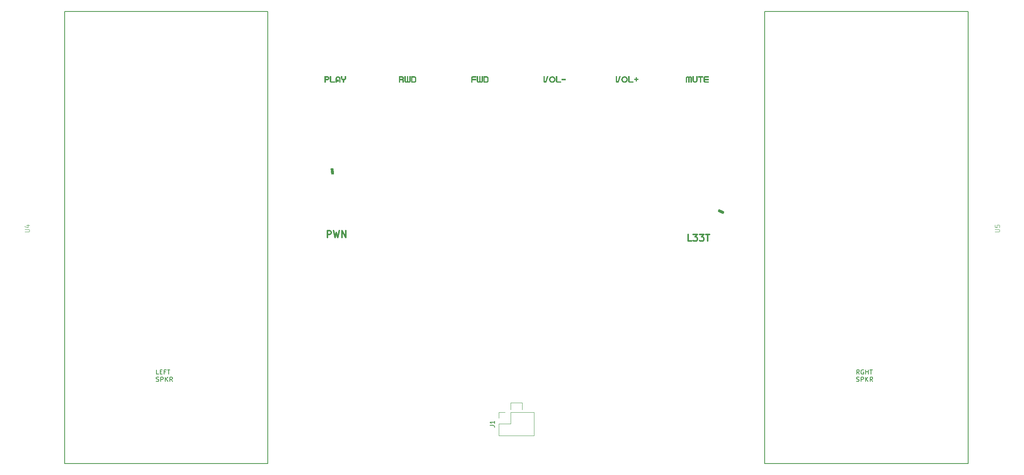
<source format=gbr>
%TF.GenerationSoftware,KiCad,Pcbnew,7.0.7*%
%TF.CreationDate,2024-02-02T14:59:34-08:00*%
%TF.ProjectId,DC32_Cnet_Badge_Main,44433332-5f43-46e6-9574-5f4261646765,rev?*%
%TF.SameCoordinates,Original*%
%TF.FileFunction,Legend,Top*%
%TF.FilePolarity,Positive*%
%FSLAX46Y46*%
G04 Gerber Fmt 4.6, Leading zero omitted, Abs format (unit mm)*
G04 Created by KiCad (PCBNEW 7.0.7) date 2024-02-02 14:59:34*
%MOMM*%
%LPD*%
G01*
G04 APERTURE LIST*
%ADD10C,0.150000*%
%ADD11C,0.187500*%
%ADD12C,0.300000*%
%ADD13C,0.100000*%
%ADD14C,0.010000*%
%ADD15C,0.120000*%
G04 APERTURE END LIST*
D10*
X205000000Y-59000000D02*
X250000000Y-59000000D01*
X250000000Y-159000000D01*
X205000000Y-159000000D01*
X205000000Y-59000000D01*
X50000000Y-59000000D02*
X95000000Y-59000000D01*
X95000000Y-159000000D01*
X50000000Y-159000000D01*
X50000000Y-59000000D01*
D11*
G36*
X108213073Y-73310089D02*
G01*
X108234800Y-73311605D01*
X108256144Y-73314131D01*
X108277104Y-73317667D01*
X108297680Y-73322214D01*
X108317873Y-73327771D01*
X108337683Y-73334338D01*
X108357109Y-73341916D01*
X108376151Y-73350504D01*
X108394810Y-73360102D01*
X108413085Y-73370711D01*
X108430977Y-73382330D01*
X108448485Y-73394960D01*
X108465610Y-73408600D01*
X108482351Y-73423250D01*
X108498709Y-73438911D01*
X108514369Y-73455224D01*
X108529019Y-73471924D01*
X108542659Y-73489010D01*
X108555289Y-73506482D01*
X108566908Y-73524341D01*
X108577517Y-73542586D01*
X108587115Y-73561218D01*
X108595703Y-73580236D01*
X108603281Y-73599640D01*
X108609849Y-73619431D01*
X108615406Y-73639608D01*
X108619952Y-73660172D01*
X108623488Y-73681122D01*
X108626014Y-73702458D01*
X108627530Y-73724181D01*
X108628035Y-73746290D01*
X108627530Y-73768397D01*
X108626014Y-73790111D01*
X108623488Y-73811433D01*
X108619952Y-73832363D01*
X108615406Y-73852901D01*
X108609849Y-73873047D01*
X108603281Y-73892800D01*
X108595703Y-73912162D01*
X108587115Y-73931131D01*
X108577517Y-73949709D01*
X108566908Y-73967894D01*
X108555289Y-73985687D01*
X108542659Y-74003088D01*
X108529019Y-74020096D01*
X108514369Y-74036713D01*
X108498709Y-74052937D01*
X108482351Y-74068465D01*
X108465610Y-74082991D01*
X108448485Y-74096515D01*
X108430977Y-74109037D01*
X108413085Y-74120557D01*
X108394810Y-74131076D01*
X108376151Y-74140593D01*
X108357109Y-74149108D01*
X108337683Y-74156621D01*
X108317873Y-74163133D01*
X108297680Y-74168643D01*
X108277104Y-74173151D01*
X108256144Y-74176657D01*
X108234800Y-74179161D01*
X108213073Y-74180664D01*
X108190963Y-74181165D01*
X107807745Y-74181165D01*
X107807745Y-74745000D01*
X107500000Y-74745000D01*
X107500000Y-73616964D01*
X107807745Y-73616964D01*
X107807745Y-73873419D01*
X108190963Y-73873419D01*
X108207293Y-73872516D01*
X108222855Y-73869805D01*
X108237647Y-73865288D01*
X108251670Y-73858965D01*
X108264924Y-73850834D01*
X108277409Y-73840897D01*
X108282187Y-73836416D01*
X108293164Y-73824459D01*
X108302280Y-73811715D01*
X108309536Y-73798184D01*
X108314931Y-73783866D01*
X108318466Y-73768760D01*
X108320140Y-73752868D01*
X108320289Y-73746290D01*
X108319359Y-73729960D01*
X108316568Y-73714398D01*
X108311917Y-73699606D01*
X108305406Y-73685583D01*
X108297034Y-73672329D01*
X108286801Y-73659844D01*
X108282187Y-73655066D01*
X108270010Y-73644089D01*
X108257064Y-73634973D01*
X108243349Y-73627717D01*
X108228864Y-73622322D01*
X108213610Y-73618787D01*
X108197587Y-73617113D01*
X108190963Y-73616964D01*
X107807745Y-73616964D01*
X107500000Y-73616964D01*
X107500000Y-73309584D01*
X108190963Y-73309584D01*
X108213073Y-73310089D01*
G37*
G36*
X108729518Y-73309584D02*
G01*
X109037264Y-73309584D01*
X109037264Y-74334672D01*
X109038346Y-74350407D01*
X109041592Y-74365189D01*
X109047001Y-74379017D01*
X109054575Y-74391893D01*
X109064312Y-74403816D01*
X109068039Y-74407578D01*
X109079940Y-74417663D01*
X109092562Y-74425662D01*
X109108200Y-74432356D01*
X109124819Y-74436210D01*
X109139846Y-74437254D01*
X109857554Y-74437254D01*
X109857554Y-74745000D01*
X109037264Y-74745000D01*
X109021735Y-74744647D01*
X109006472Y-74743591D01*
X108991476Y-74741831D01*
X108976745Y-74739367D01*
X108962281Y-74736198D01*
X108948083Y-74732326D01*
X108934151Y-74727749D01*
X108913752Y-74719564D01*
X108900486Y-74713227D01*
X108887486Y-74706186D01*
X108874752Y-74698440D01*
X108862284Y-74689991D01*
X108850082Y-74680838D01*
X108838147Y-74670980D01*
X108826478Y-74660419D01*
X108820743Y-74654874D01*
X108809696Y-74643419D01*
X108799362Y-74631678D01*
X108789741Y-74619651D01*
X108780832Y-74607338D01*
X108772636Y-74594739D01*
X108765153Y-74581853D01*
X108758382Y-74568681D01*
X108752324Y-74555223D01*
X108746979Y-74541478D01*
X108742346Y-74527448D01*
X108738427Y-74513131D01*
X108735220Y-74498528D01*
X108732725Y-74483639D01*
X108730943Y-74468463D01*
X108729874Y-74453001D01*
X108729518Y-74437254D01*
X108729518Y-73309584D01*
G37*
G36*
X111087072Y-74745000D02*
G01*
X110779326Y-74745000D01*
X110779326Y-73873419D01*
X110778666Y-73854092D01*
X110776686Y-73835268D01*
X110773385Y-73816947D01*
X110768764Y-73799127D01*
X110762824Y-73781810D01*
X110755562Y-73764995D01*
X110746981Y-73748683D01*
X110737080Y-73732872D01*
X110725858Y-73717565D01*
X110713316Y-73702759D01*
X110704221Y-73693168D01*
X110689928Y-73679549D01*
X110675074Y-73667270D01*
X110659660Y-73656331D01*
X110643685Y-73646731D01*
X110627151Y-73638471D01*
X110610056Y-73631550D01*
X110592401Y-73625968D01*
X110574185Y-73621727D01*
X110555409Y-73618824D01*
X110536073Y-73617262D01*
X110522871Y-73616964D01*
X110503545Y-73617634D01*
X110484721Y-73619643D01*
X110466399Y-73622992D01*
X110448579Y-73627680D01*
X110431262Y-73633708D01*
X110414447Y-73641075D01*
X110398135Y-73649782D01*
X110382325Y-73659829D01*
X110367017Y-73671214D01*
X110352211Y-73683940D01*
X110342620Y-73693168D01*
X110329067Y-73707638D01*
X110316847Y-73722611D01*
X110305960Y-73738087D01*
X110296406Y-73754064D01*
X110288186Y-73770544D01*
X110281298Y-73787527D01*
X110275744Y-73805011D01*
X110271522Y-73822998D01*
X110268634Y-73841487D01*
X110267079Y-73860479D01*
X110266782Y-73873419D01*
X110266782Y-74745000D01*
X109959036Y-74745000D01*
X109959036Y-73873419D01*
X109959685Y-73844688D01*
X109961630Y-73816472D01*
X109964871Y-73788772D01*
X109969409Y-73761586D01*
X109975244Y-73734916D01*
X109982375Y-73708761D01*
X109990803Y-73683121D01*
X110000527Y-73657997D01*
X110011548Y-73633387D01*
X110023866Y-73609293D01*
X110037480Y-73585714D01*
X110052391Y-73562650D01*
X110068598Y-73540102D01*
X110086102Y-73518068D01*
X110104902Y-73496550D01*
X110125000Y-73475547D01*
X110146045Y-73455450D01*
X110167601Y-73436650D01*
X110189666Y-73419146D01*
X110212240Y-73402938D01*
X110235324Y-73388028D01*
X110258917Y-73374414D01*
X110283020Y-73362096D01*
X110307632Y-73351075D01*
X110332754Y-73341351D01*
X110358385Y-73332923D01*
X110384526Y-73325792D01*
X110411176Y-73319957D01*
X110438335Y-73315419D01*
X110466004Y-73312177D01*
X110494183Y-73310233D01*
X110522871Y-73309584D01*
X110551821Y-73310233D01*
X110580236Y-73312177D01*
X110608115Y-73315419D01*
X110635459Y-73319957D01*
X110662268Y-73325792D01*
X110688542Y-73332923D01*
X110714281Y-73341351D01*
X110739484Y-73351075D01*
X110764152Y-73362096D01*
X110788285Y-73374414D01*
X110811882Y-73388028D01*
X110834945Y-73402938D01*
X110857472Y-73419146D01*
X110879464Y-73436650D01*
X110900920Y-73455450D01*
X110921842Y-73475547D01*
X110941850Y-73496550D01*
X110960568Y-73518068D01*
X110977994Y-73540102D01*
X110994130Y-73562650D01*
X111008975Y-73585714D01*
X111022529Y-73609293D01*
X111034792Y-73633387D01*
X111045765Y-73657997D01*
X111055446Y-73683121D01*
X111063837Y-73708761D01*
X111070936Y-73734916D01*
X111076745Y-73761586D01*
X111081263Y-73788772D01*
X111084490Y-73816472D01*
X111086427Y-73844688D01*
X111087072Y-73873419D01*
X111087072Y-74745000D01*
G37*
G36*
X110287299Y-74283747D02*
G01*
X110287901Y-74265850D01*
X110289707Y-74248430D01*
X110292718Y-74231486D01*
X110296933Y-74215019D01*
X110302352Y-74199029D01*
X110308976Y-74183515D01*
X110316804Y-74168477D01*
X110325836Y-74153917D01*
X110336072Y-74139832D01*
X110347513Y-74126225D01*
X110355809Y-74117418D01*
X110368981Y-74104978D01*
X110382668Y-74093761D01*
X110396870Y-74083769D01*
X110411588Y-74074999D01*
X110426821Y-74067454D01*
X110442569Y-74061132D01*
X110458832Y-74056034D01*
X110475610Y-74052159D01*
X110492904Y-74049508D01*
X110510712Y-74048080D01*
X110522871Y-74047808D01*
X110540702Y-74048420D01*
X110558064Y-74050255D01*
X110574955Y-74053314D01*
X110591375Y-74057597D01*
X110607326Y-74063103D01*
X110622807Y-74069833D01*
X110637818Y-74077786D01*
X110652358Y-74086963D01*
X110666428Y-74097364D01*
X110680028Y-74108988D01*
X110688834Y-74117418D01*
X110701340Y-74130708D01*
X110712615Y-74144474D01*
X110722660Y-74158717D01*
X110731475Y-74173437D01*
X110739061Y-74188633D01*
X110745416Y-74204306D01*
X110750541Y-74220455D01*
X110754436Y-74237081D01*
X110757101Y-74254184D01*
X110758536Y-74271763D01*
X110758810Y-74283747D01*
X110758195Y-74301899D01*
X110756350Y-74319536D01*
X110753275Y-74336658D01*
X110748969Y-74353265D01*
X110743434Y-74369356D01*
X110736669Y-74384932D01*
X110728674Y-74399993D01*
X110719448Y-74414539D01*
X110708993Y-74428570D01*
X110697308Y-74442085D01*
X110688834Y-74450809D01*
X110675547Y-74463052D01*
X110661790Y-74474092D01*
X110647563Y-74483927D01*
X110632866Y-74492557D01*
X110617699Y-74499984D01*
X110602062Y-74506206D01*
X110585954Y-74511224D01*
X110569376Y-74515037D01*
X110552329Y-74517646D01*
X110534811Y-74519051D01*
X110522871Y-74519319D01*
X110504719Y-74518717D01*
X110487082Y-74516911D01*
X110469960Y-74513900D01*
X110453353Y-74509685D01*
X110437262Y-74504266D01*
X110421686Y-74497642D01*
X110406625Y-74489814D01*
X110392079Y-74480782D01*
X110378048Y-74470546D01*
X110364533Y-74459105D01*
X110355809Y-74450809D01*
X110343565Y-74437637D01*
X110332526Y-74423950D01*
X110322691Y-74409748D01*
X110314061Y-74395030D01*
X110306634Y-74379797D01*
X110300412Y-74364049D01*
X110295394Y-74347786D01*
X110291581Y-74331008D01*
X110288971Y-74313714D01*
X110287566Y-74295906D01*
X110287299Y-74283747D01*
G37*
G36*
X111879518Y-73873419D02*
G01*
X111895849Y-73872516D01*
X111911410Y-73869805D01*
X111926203Y-73865288D01*
X111940226Y-73858965D01*
X111953480Y-73850834D01*
X111965964Y-73840897D01*
X111970743Y-73836416D01*
X111981719Y-73824459D01*
X111990835Y-73811715D01*
X111998091Y-73798184D01*
X112003487Y-73783866D01*
X112007021Y-73768760D01*
X112008696Y-73752868D01*
X112008845Y-73746290D01*
X112008845Y-73309584D01*
X112316591Y-73309584D01*
X112316591Y-73746290D01*
X112316137Y-73768397D01*
X112314776Y-73790111D01*
X112312508Y-73811433D01*
X112309332Y-73832363D01*
X112305249Y-73852901D01*
X112300259Y-73873047D01*
X112294361Y-73892800D01*
X112287556Y-73912162D01*
X112279844Y-73931131D01*
X112271224Y-73949709D01*
X112261697Y-73967894D01*
X112251263Y-73985687D01*
X112239922Y-74003088D01*
X112227673Y-74020096D01*
X112214517Y-74036713D01*
X112200453Y-74052937D01*
X112185737Y-74068465D01*
X112170531Y-74082991D01*
X112154836Y-74096515D01*
X112138652Y-74109037D01*
X112121978Y-74120557D01*
X112104815Y-74131076D01*
X112087162Y-74140593D01*
X112069020Y-74149108D01*
X112050388Y-74156621D01*
X112031267Y-74163133D01*
X112011657Y-74168643D01*
X111991557Y-74173151D01*
X111970967Y-74176657D01*
X111949889Y-74179161D01*
X111928320Y-74180664D01*
X111906263Y-74181165D01*
X111906263Y-74745000D01*
X111598883Y-74745000D01*
X111598883Y-74181165D01*
X111576824Y-74180664D01*
X111555251Y-74179161D01*
X111534165Y-74176657D01*
X111513566Y-74173151D01*
X111493453Y-74168643D01*
X111473827Y-74163133D01*
X111454687Y-74156621D01*
X111436034Y-74149108D01*
X111417868Y-74140593D01*
X111400188Y-74131076D01*
X111382994Y-74120557D01*
X111366287Y-74109037D01*
X111350067Y-74096515D01*
X111334334Y-74082991D01*
X111319087Y-74068465D01*
X111304326Y-74052937D01*
X111290307Y-74036713D01*
X111277192Y-74020096D01*
X111264982Y-74003088D01*
X111253676Y-73985687D01*
X111243275Y-73967894D01*
X111233778Y-73949709D01*
X111225186Y-73931131D01*
X111217498Y-73912162D01*
X111210714Y-73892800D01*
X111204835Y-73873047D01*
X111199861Y-73852901D01*
X111195791Y-73832363D01*
X111192625Y-73811433D01*
X111190364Y-73790111D01*
X111189007Y-73768397D01*
X111188555Y-73746290D01*
X111188555Y-73309584D01*
X111496301Y-73309584D01*
X111496301Y-73746290D01*
X111497222Y-73762498D01*
X111499986Y-73777918D01*
X111504592Y-73792551D01*
X111511041Y-73806397D01*
X111519333Y-73819456D01*
X111529467Y-73831728D01*
X111534036Y-73836416D01*
X111546310Y-73847076D01*
X111559317Y-73855929D01*
X111573058Y-73862976D01*
X111587531Y-73868215D01*
X111602739Y-73871648D01*
X111618680Y-73873274D01*
X111625261Y-73873419D01*
X111879518Y-73873419D01*
G37*
G36*
X141128035Y-73309584D02*
G01*
X141128035Y-73616964D01*
X140434874Y-73616964D01*
X140418561Y-73617894D01*
X140403053Y-73620685D01*
X140388350Y-73625336D01*
X140374452Y-73631847D01*
X140361360Y-73640219D01*
X140349072Y-73650452D01*
X140344382Y-73655066D01*
X140333827Y-73667243D01*
X140325062Y-73680189D01*
X140318085Y-73693904D01*
X140312897Y-73708389D01*
X140309499Y-73723643D01*
X140307889Y-73739666D01*
X140307745Y-73746290D01*
X140307745Y-73873419D01*
X141128035Y-73873419D01*
X141128035Y-74181165D01*
X140307745Y-74181165D01*
X140307745Y-74745000D01*
X140000000Y-74745000D01*
X140000000Y-73616964D01*
X140000090Y-73601000D01*
X140000910Y-73585348D01*
X140002460Y-73570008D01*
X140004739Y-73554980D01*
X140007749Y-73540264D01*
X140011488Y-73525859D01*
X140015958Y-73511767D01*
X140021157Y-73497987D01*
X140027086Y-73484519D01*
X140033745Y-73471363D01*
X140041134Y-73458519D01*
X140049253Y-73445986D01*
X140058101Y-73433766D01*
X140067680Y-73421858D01*
X140077988Y-73410261D01*
X140089026Y-73398977D01*
X140100614Y-73388152D01*
X140112479Y-73378026D01*
X140124622Y-73368598D01*
X140137043Y-73359868D01*
X140149741Y-73351836D01*
X140162717Y-73344503D01*
X140175970Y-73337869D01*
X140189501Y-73331933D01*
X140203310Y-73326695D01*
X140217397Y-73322155D01*
X140231761Y-73318314D01*
X140246402Y-73315171D01*
X140261322Y-73312727D01*
X140276519Y-73310981D01*
X140291993Y-73309933D01*
X140307745Y-73309584D01*
X141128035Y-73309584D01*
G37*
G36*
X141537264Y-73309584D02*
G01*
X141537264Y-74334672D01*
X141538449Y-74351295D01*
X141542004Y-74367095D01*
X141547929Y-74382070D01*
X141556223Y-74396221D01*
X141566888Y-74409547D01*
X141570969Y-74413806D01*
X141584021Y-74425261D01*
X141597897Y-74434345D01*
X141612598Y-74441060D01*
X141628122Y-74445405D01*
X141644471Y-74447380D01*
X141650104Y-74447512D01*
X141667187Y-74446327D01*
X141683266Y-74442772D01*
X141698340Y-74436847D01*
X141712409Y-74428552D01*
X141725474Y-74417888D01*
X141729605Y-74413806D01*
X141740811Y-74400754D01*
X141749698Y-74386878D01*
X141756267Y-74372178D01*
X141760517Y-74356653D01*
X141762449Y-74340304D01*
X141762578Y-74334672D01*
X141762578Y-73309584D01*
X142070324Y-73309584D01*
X142070324Y-74334672D01*
X142071470Y-74351295D01*
X142074909Y-74367095D01*
X142080641Y-74382070D01*
X142088665Y-74396221D01*
X142098982Y-74409547D01*
X142102930Y-74413806D01*
X142115875Y-74425261D01*
X142129978Y-74434345D01*
X142145241Y-74441060D01*
X142161663Y-74445405D01*
X142176234Y-74447215D01*
X142185362Y-74447512D01*
X142202523Y-74446327D01*
X142218833Y-74442772D01*
X142234293Y-74436847D01*
X142248904Y-74428552D01*
X142262664Y-74417888D01*
X142267062Y-74413806D01*
X142277194Y-74402987D01*
X142287086Y-74389248D01*
X142294505Y-74374685D01*
X142299450Y-74359298D01*
X142301923Y-74343086D01*
X142302233Y-74334672D01*
X142302233Y-73309584D01*
X142613642Y-73309584D01*
X142613642Y-74334672D01*
X142613170Y-74355508D01*
X142611753Y-74375979D01*
X142609392Y-74396083D01*
X142606086Y-74415821D01*
X142601836Y-74435193D01*
X142596641Y-74454198D01*
X142590501Y-74472837D01*
X142583417Y-74491109D01*
X142575389Y-74509015D01*
X142566416Y-74526555D01*
X142556498Y-74543728D01*
X142545636Y-74560535D01*
X142533829Y-74576976D01*
X142521078Y-74593050D01*
X142507382Y-74608758D01*
X142492742Y-74624099D01*
X142477445Y-74638740D01*
X142461778Y-74652435D01*
X142445743Y-74665186D01*
X142429338Y-74676993D01*
X142412564Y-74687855D01*
X142395421Y-74697773D01*
X142377908Y-74706746D01*
X142360027Y-74714774D01*
X142341776Y-74721858D01*
X142323155Y-74727998D01*
X142304166Y-74733193D01*
X142284807Y-74737443D01*
X142265080Y-74740749D01*
X142244982Y-74743110D01*
X142224516Y-74744527D01*
X142203681Y-74745000D01*
X142182595Y-74744599D01*
X142161927Y-74743397D01*
X142141676Y-74741393D01*
X142121844Y-74738588D01*
X142102430Y-74734982D01*
X142083433Y-74730574D01*
X142064854Y-74725365D01*
X142046693Y-74719354D01*
X142028951Y-74712542D01*
X142011626Y-74704928D01*
X141994718Y-74696513D01*
X141978229Y-74687297D01*
X141962158Y-74677279D01*
X141946504Y-74666460D01*
X141931269Y-74654840D01*
X141916451Y-74642418D01*
X141902662Y-74654840D01*
X141888407Y-74666460D01*
X141873685Y-74677279D01*
X141858497Y-74687297D01*
X141842842Y-74696513D01*
X141826720Y-74704928D01*
X141810132Y-74712542D01*
X141793078Y-74719354D01*
X141775557Y-74725365D01*
X141757569Y-74730574D01*
X141739115Y-74734982D01*
X141720194Y-74738588D01*
X141700807Y-74741393D01*
X141680953Y-74743397D01*
X141660633Y-74744599D01*
X141639846Y-74745000D01*
X141618747Y-74744527D01*
X141598040Y-74743110D01*
X141577726Y-74740749D01*
X141557803Y-74737443D01*
X141538273Y-74733193D01*
X141519135Y-74727998D01*
X141500389Y-74721858D01*
X141482035Y-74714774D01*
X141464073Y-74706746D01*
X141446503Y-74697773D01*
X141429325Y-74687855D01*
X141412540Y-74676993D01*
X141396146Y-74665186D01*
X141380145Y-74652435D01*
X141364536Y-74638740D01*
X141349319Y-74624099D01*
X141334812Y-74608758D01*
X141321241Y-74593050D01*
X141308605Y-74576976D01*
X141296906Y-74560535D01*
X141286143Y-74543728D01*
X141276315Y-74526555D01*
X141267424Y-74509015D01*
X141259468Y-74491109D01*
X141252449Y-74472837D01*
X141246365Y-74454198D01*
X141241217Y-74435193D01*
X141237006Y-74415821D01*
X141233730Y-74396083D01*
X141231390Y-74375979D01*
X141229986Y-74355508D01*
X141229518Y-74334672D01*
X141229518Y-73309584D01*
X141537264Y-73309584D01*
G37*
G36*
X143428565Y-73310089D02*
G01*
X143450292Y-73311605D01*
X143471636Y-73314131D01*
X143492596Y-73317667D01*
X143513172Y-73322214D01*
X143533365Y-73327771D01*
X143553175Y-73334338D01*
X143572601Y-73341916D01*
X143591643Y-73350504D01*
X143610302Y-73360102D01*
X143628577Y-73370711D01*
X143646469Y-73382330D01*
X143663977Y-73394960D01*
X143681102Y-73408600D01*
X143697843Y-73423250D01*
X143714200Y-73438911D01*
X143729861Y-73455224D01*
X143744511Y-73471924D01*
X143758151Y-73489010D01*
X143770781Y-73506482D01*
X143782400Y-73524341D01*
X143793009Y-73542586D01*
X143802607Y-73561218D01*
X143811195Y-73580236D01*
X143818773Y-73599640D01*
X143825341Y-73619431D01*
X143830898Y-73639608D01*
X143835444Y-73660172D01*
X143838980Y-73681122D01*
X143841506Y-73702458D01*
X143843022Y-73724181D01*
X143843527Y-73746290D01*
X143843527Y-74310125D01*
X143843022Y-74332231D01*
X143841506Y-74353946D01*
X143838980Y-74375268D01*
X143835444Y-74396198D01*
X143830898Y-74416736D01*
X143825341Y-74436881D01*
X143818773Y-74456635D01*
X143811195Y-74475997D01*
X143802607Y-74494966D01*
X143793009Y-74513543D01*
X143782400Y-74531728D01*
X143770781Y-74549521D01*
X143758151Y-74566922D01*
X143744511Y-74583931D01*
X143729861Y-74600548D01*
X143714200Y-74616772D01*
X143697843Y-74632300D01*
X143681102Y-74646825D01*
X143663977Y-74660349D01*
X143646469Y-74672872D01*
X143628577Y-74684392D01*
X143610302Y-74694911D01*
X143591643Y-74704428D01*
X143572601Y-74712943D01*
X143553175Y-74720456D01*
X143533365Y-74726968D01*
X143513172Y-74732477D01*
X143492596Y-74736985D01*
X143471636Y-74740492D01*
X143450292Y-74742996D01*
X143428565Y-74744499D01*
X143406454Y-74745000D01*
X142715491Y-74745000D01*
X142715491Y-73616964D01*
X143023237Y-73616964D01*
X143023237Y-74437254D01*
X143406454Y-74437254D01*
X143422785Y-74436359D01*
X143438347Y-74433676D01*
X143453139Y-74429204D01*
X143467162Y-74422942D01*
X143480416Y-74414892D01*
X143492901Y-74405054D01*
X143497679Y-74400617D01*
X143508656Y-74388651D01*
X143517772Y-74375880D01*
X143525028Y-74362304D01*
X143530423Y-74347924D01*
X143533958Y-74332738D01*
X143535632Y-74316747D01*
X143535781Y-74310125D01*
X143535781Y-73746290D01*
X143534851Y-73729960D01*
X143532060Y-73714398D01*
X143527409Y-73699606D01*
X143520898Y-73685583D01*
X143512526Y-73672329D01*
X143502293Y-73659844D01*
X143497679Y-73655066D01*
X143485502Y-73644089D01*
X143472556Y-73634973D01*
X143458841Y-73627717D01*
X143444356Y-73622322D01*
X143429102Y-73618787D01*
X143413079Y-73617113D01*
X143406454Y-73616964D01*
X143023237Y-73616964D01*
X142715491Y-73616964D01*
X142715491Y-73309584D01*
X143406454Y-73309584D01*
X143428565Y-73310089D01*
G37*
G36*
X187807745Y-74745000D02*
G01*
X187500000Y-74745000D01*
X187500000Y-73719546D01*
X187500467Y-73698710D01*
X187501871Y-73678244D01*
X187504211Y-73658147D01*
X187507487Y-73638419D01*
X187511699Y-73619060D01*
X187516847Y-73600071D01*
X187522930Y-73581451D01*
X187529950Y-73563200D01*
X187537905Y-73545318D01*
X187546797Y-73527806D01*
X187556624Y-73510662D01*
X187567388Y-73493888D01*
X187579087Y-73477484D01*
X187591722Y-73461448D01*
X187605293Y-73445782D01*
X187619801Y-73430484D01*
X187635018Y-73415844D01*
X187650627Y-73402149D01*
X187666628Y-73389397D01*
X187683021Y-73377591D01*
X187699807Y-73366729D01*
X187716984Y-73356811D01*
X187734554Y-73347838D01*
X187752516Y-73339809D01*
X187770870Y-73332725D01*
X187789616Y-73326586D01*
X187808754Y-73321391D01*
X187828285Y-73317141D01*
X187848207Y-73313835D01*
X187868522Y-73311473D01*
X187889229Y-73310057D01*
X187910327Y-73309584D01*
X187931114Y-73309985D01*
X187951435Y-73311187D01*
X187971288Y-73313191D01*
X187990676Y-73315996D01*
X188009596Y-73319602D01*
X188028051Y-73324010D01*
X188046038Y-73329219D01*
X188063559Y-73335230D01*
X188080614Y-73342042D01*
X188097202Y-73349655D01*
X188113323Y-73358070D01*
X188128978Y-73367287D01*
X188144167Y-73377304D01*
X188158888Y-73388124D01*
X188173144Y-73399744D01*
X188186933Y-73412166D01*
X188201750Y-73399744D01*
X188216986Y-73388124D01*
X188232639Y-73377304D01*
X188248711Y-73367287D01*
X188265200Y-73358070D01*
X188282107Y-73349655D01*
X188299432Y-73342042D01*
X188317175Y-73335230D01*
X188335336Y-73329219D01*
X188353914Y-73324010D01*
X188372911Y-73319602D01*
X188392325Y-73315996D01*
X188412158Y-73313191D01*
X188432408Y-73311187D01*
X188453076Y-73309985D01*
X188474162Y-73309584D01*
X188494998Y-73310057D01*
X188515464Y-73311473D01*
X188535561Y-73313835D01*
X188555289Y-73317141D01*
X188574648Y-73321391D01*
X188593637Y-73326586D01*
X188612257Y-73332725D01*
X188630508Y-73339809D01*
X188648390Y-73347838D01*
X188665902Y-73356811D01*
X188683046Y-73366729D01*
X188699820Y-73377591D01*
X188716224Y-73389397D01*
X188732260Y-73402149D01*
X188747926Y-73415844D01*
X188763224Y-73430484D01*
X188777864Y-73445782D01*
X188791559Y-73461448D01*
X188804311Y-73477484D01*
X188816117Y-73493888D01*
X188826979Y-73510662D01*
X188836897Y-73527806D01*
X188845870Y-73545318D01*
X188853899Y-73563200D01*
X188860983Y-73581451D01*
X188867122Y-73600071D01*
X188872317Y-73619060D01*
X188876567Y-73638419D01*
X188879873Y-73658147D01*
X188882235Y-73678244D01*
X188883651Y-73698710D01*
X188884124Y-73719546D01*
X188884124Y-74745000D01*
X188572714Y-74745000D01*
X188572714Y-73719546D01*
X188571478Y-73703047D01*
X188567768Y-73687346D01*
X188561586Y-73672444D01*
X188552930Y-73658340D01*
X188541802Y-73645035D01*
X188537543Y-73640778D01*
X188526372Y-73630962D01*
X188512186Y-73621379D01*
X188497151Y-73614192D01*
X188481266Y-73609401D01*
X188464530Y-73607005D01*
X188455844Y-73606706D01*
X188440790Y-73607538D01*
X188423789Y-73610732D01*
X188407946Y-73616322D01*
X188393263Y-73624307D01*
X188379739Y-73634689D01*
X188373412Y-73640778D01*
X188362331Y-73653816D01*
X188353542Y-73667654D01*
X188347047Y-73682290D01*
X188342843Y-73697724D01*
X188340933Y-73713957D01*
X188340806Y-73719546D01*
X188340806Y-74745000D01*
X188033060Y-74745000D01*
X188033060Y-73719546D01*
X188031900Y-73703047D01*
X188028423Y-73687346D01*
X188022627Y-73672444D01*
X188014512Y-73658340D01*
X188004080Y-73645035D01*
X188000087Y-73640778D01*
X187987357Y-73629198D01*
X187973623Y-73620015D01*
X187958884Y-73613227D01*
X187943140Y-73608835D01*
X187926392Y-73606839D01*
X187920586Y-73606706D01*
X187903962Y-73607904D01*
X187888162Y-73611497D01*
X187873187Y-73617486D01*
X187859036Y-73625871D01*
X187845710Y-73636652D01*
X187841451Y-73640778D01*
X187829996Y-73653816D01*
X187820912Y-73667654D01*
X187814197Y-73682290D01*
X187809852Y-73697724D01*
X187807877Y-73713957D01*
X187807745Y-73719546D01*
X187807745Y-74745000D01*
G37*
G36*
X190114009Y-73309584D02*
G01*
X190114009Y-74181165D01*
X190113363Y-74209853D01*
X190111427Y-74238031D01*
X190108200Y-74265701D01*
X190103682Y-74292860D01*
X190097873Y-74319510D01*
X190090773Y-74345651D01*
X190082382Y-74371282D01*
X190072701Y-74396404D01*
X190061729Y-74421016D01*
X190049465Y-74445119D01*
X190035911Y-74468712D01*
X190021067Y-74491796D01*
X190004931Y-74514370D01*
X189987504Y-74536435D01*
X189968787Y-74557991D01*
X189948778Y-74579036D01*
X189927857Y-74599134D01*
X189906400Y-74617934D01*
X189884408Y-74635438D01*
X189861881Y-74651645D01*
X189838819Y-74666556D01*
X189815221Y-74680170D01*
X189791089Y-74692488D01*
X189766420Y-74703509D01*
X189741217Y-74713233D01*
X189715479Y-74721661D01*
X189689205Y-74728792D01*
X189662396Y-74734627D01*
X189635052Y-74739165D01*
X189607172Y-74742406D01*
X189578758Y-74744351D01*
X189549808Y-74745000D01*
X189521120Y-74744351D01*
X189492941Y-74742406D01*
X189465272Y-74739165D01*
X189438112Y-74734627D01*
X189411462Y-74728792D01*
X189385321Y-74721661D01*
X189359690Y-74713233D01*
X189334569Y-74703509D01*
X189309956Y-74692488D01*
X189285854Y-74680170D01*
X189262260Y-74666556D01*
X189239176Y-74651645D01*
X189216602Y-74635438D01*
X189194537Y-74617934D01*
X189172982Y-74599134D01*
X189151936Y-74579036D01*
X189131839Y-74557991D01*
X189113038Y-74536435D01*
X189095535Y-74514370D01*
X189079327Y-74491796D01*
X189064416Y-74468712D01*
X189050802Y-74445119D01*
X189038485Y-74421016D01*
X189027464Y-74396404D01*
X189017739Y-74371282D01*
X189009312Y-74345651D01*
X189002180Y-74319510D01*
X188996346Y-74292860D01*
X188991808Y-74265701D01*
X188988566Y-74238031D01*
X188986621Y-74209853D01*
X188985973Y-74181165D01*
X188985973Y-73309584D01*
X189293719Y-73309584D01*
X189293719Y-74181165D01*
X189294386Y-74200491D01*
X189296385Y-74219315D01*
X189299718Y-74237637D01*
X189304384Y-74255457D01*
X189310382Y-74272774D01*
X189317714Y-74289589D01*
X189326379Y-74305901D01*
X189336378Y-74321711D01*
X189347709Y-74337019D01*
X189360373Y-74351825D01*
X189369556Y-74361416D01*
X189384027Y-74374969D01*
X189399000Y-74387189D01*
X189414475Y-74398076D01*
X189430453Y-74407630D01*
X189446933Y-74415850D01*
X189463915Y-74422738D01*
X189481400Y-74428292D01*
X189499387Y-74432514D01*
X189517876Y-74435402D01*
X189536867Y-74436957D01*
X189549808Y-74437254D01*
X189569517Y-74436587D01*
X189588667Y-74434587D01*
X189607256Y-74431255D01*
X189625284Y-74426589D01*
X189642753Y-74420590D01*
X189659661Y-74413258D01*
X189676009Y-74404593D01*
X189691797Y-74394595D01*
X189707024Y-74383264D01*
X189721691Y-74370600D01*
X189731158Y-74361416D01*
X189744580Y-74346945D01*
X189756682Y-74331972D01*
X189767463Y-74316497D01*
X189776925Y-74300519D01*
X189785066Y-74284040D01*
X189791887Y-74267057D01*
X189797388Y-74249573D01*
X189801569Y-74231586D01*
X189804429Y-74213097D01*
X189805969Y-74194105D01*
X189806263Y-74181165D01*
X189806263Y-73309584D01*
X190114009Y-73309584D01*
G37*
G36*
X190215491Y-73309584D02*
G01*
X191343527Y-73309584D01*
X191343527Y-73616964D01*
X190933199Y-73616964D01*
X190933199Y-74745000D01*
X190625819Y-74745000D01*
X190625819Y-73616964D01*
X190215491Y-73616964D01*
X190215491Y-73309584D01*
G37*
G36*
X192573046Y-73309584D02*
G01*
X192573046Y-73616964D01*
X191879884Y-73616964D01*
X191863571Y-73617894D01*
X191848064Y-73620685D01*
X191833361Y-73625336D01*
X191819463Y-73631847D01*
X191806370Y-73640219D01*
X191794082Y-73650452D01*
X191789392Y-73655066D01*
X191778838Y-73667243D01*
X191770072Y-73680189D01*
X191763096Y-73693904D01*
X191757908Y-73708389D01*
X191754509Y-73723643D01*
X191752899Y-73739666D01*
X191752756Y-73746290D01*
X191752756Y-73873419D01*
X192573046Y-73873419D01*
X192573046Y-74181165D01*
X191752756Y-74181165D01*
X191752756Y-74310125D01*
X191753650Y-74326438D01*
X191756334Y-74341946D01*
X191760806Y-74356649D01*
X191767067Y-74370547D01*
X191775117Y-74383639D01*
X191784956Y-74395927D01*
X191789392Y-74400617D01*
X191801358Y-74411172D01*
X191814129Y-74419937D01*
X191827705Y-74426914D01*
X191842086Y-74432102D01*
X191857272Y-74435500D01*
X191873263Y-74437110D01*
X191879884Y-74437254D01*
X192573046Y-74437254D01*
X192573046Y-74745000D01*
X191752756Y-74745000D01*
X191737004Y-74744647D01*
X191721529Y-74743591D01*
X191706332Y-74741831D01*
X191691413Y-74739367D01*
X191676771Y-74736198D01*
X191662407Y-74732326D01*
X191648321Y-74727749D01*
X191634512Y-74722468D01*
X191620981Y-74716483D01*
X191607727Y-74709794D01*
X191594751Y-74702401D01*
X191582053Y-74694304D01*
X191569632Y-74685503D01*
X191557490Y-74675997D01*
X191545624Y-74665788D01*
X191534036Y-74654874D01*
X191522998Y-74643419D01*
X191512690Y-74631678D01*
X191503112Y-74619651D01*
X191494263Y-74607338D01*
X191486144Y-74594739D01*
X191478756Y-74581853D01*
X191472097Y-74568681D01*
X191466168Y-74555223D01*
X191460968Y-74541478D01*
X191456499Y-74527448D01*
X191452759Y-74513131D01*
X191449750Y-74498528D01*
X191447470Y-74483639D01*
X191445920Y-74468463D01*
X191445100Y-74453001D01*
X191445010Y-74437254D01*
X191445010Y-73616964D01*
X191445100Y-73601000D01*
X191445920Y-73585348D01*
X191447470Y-73570008D01*
X191449750Y-73554980D01*
X191452759Y-73540264D01*
X191456499Y-73525859D01*
X191460968Y-73511767D01*
X191466168Y-73497987D01*
X191472097Y-73484519D01*
X191478756Y-73471363D01*
X191486144Y-73458519D01*
X191494263Y-73445986D01*
X191503112Y-73433766D01*
X191512690Y-73421858D01*
X191522998Y-73410261D01*
X191534036Y-73398977D01*
X191545624Y-73388152D01*
X191557490Y-73378026D01*
X191569632Y-73368598D01*
X191582053Y-73359868D01*
X191594751Y-73351836D01*
X191607727Y-73344503D01*
X191620981Y-73337869D01*
X191634512Y-73331933D01*
X191648321Y-73326695D01*
X191662407Y-73322155D01*
X191676771Y-73318314D01*
X191691413Y-73315171D01*
X191706332Y-73312727D01*
X191721529Y-73310981D01*
X191737004Y-73309933D01*
X191752756Y-73309584D01*
X192573046Y-73309584D01*
G37*
D10*
X70812969Y-139259819D02*
X70336779Y-139259819D01*
X70336779Y-139259819D02*
X70336779Y-138259819D01*
X71146303Y-138736009D02*
X71479636Y-138736009D01*
X71622493Y-139259819D02*
X71146303Y-139259819D01*
X71146303Y-139259819D02*
X71146303Y-138259819D01*
X71146303Y-138259819D02*
X71622493Y-138259819D01*
X72384398Y-138736009D02*
X72051065Y-138736009D01*
X72051065Y-139259819D02*
X72051065Y-138259819D01*
X72051065Y-138259819D02*
X72527255Y-138259819D01*
X72765351Y-138259819D02*
X73336779Y-138259819D01*
X73051065Y-139259819D02*
X73051065Y-138259819D01*
X70289160Y-140822200D02*
X70432017Y-140869819D01*
X70432017Y-140869819D02*
X70670112Y-140869819D01*
X70670112Y-140869819D02*
X70765350Y-140822200D01*
X70765350Y-140822200D02*
X70812969Y-140774580D01*
X70812969Y-140774580D02*
X70860588Y-140679342D01*
X70860588Y-140679342D02*
X70860588Y-140584104D01*
X70860588Y-140584104D02*
X70812969Y-140488866D01*
X70812969Y-140488866D02*
X70765350Y-140441247D01*
X70765350Y-140441247D02*
X70670112Y-140393628D01*
X70670112Y-140393628D02*
X70479636Y-140346009D01*
X70479636Y-140346009D02*
X70384398Y-140298390D01*
X70384398Y-140298390D02*
X70336779Y-140250771D01*
X70336779Y-140250771D02*
X70289160Y-140155533D01*
X70289160Y-140155533D02*
X70289160Y-140060295D01*
X70289160Y-140060295D02*
X70336779Y-139965057D01*
X70336779Y-139965057D02*
X70384398Y-139917438D01*
X70384398Y-139917438D02*
X70479636Y-139869819D01*
X70479636Y-139869819D02*
X70717731Y-139869819D01*
X70717731Y-139869819D02*
X70860588Y-139917438D01*
X71289160Y-140869819D02*
X71289160Y-139869819D01*
X71289160Y-139869819D02*
X71670112Y-139869819D01*
X71670112Y-139869819D02*
X71765350Y-139917438D01*
X71765350Y-139917438D02*
X71812969Y-139965057D01*
X71812969Y-139965057D02*
X71860588Y-140060295D01*
X71860588Y-140060295D02*
X71860588Y-140203152D01*
X71860588Y-140203152D02*
X71812969Y-140298390D01*
X71812969Y-140298390D02*
X71765350Y-140346009D01*
X71765350Y-140346009D02*
X71670112Y-140393628D01*
X71670112Y-140393628D02*
X71289160Y-140393628D01*
X72289160Y-140869819D02*
X72289160Y-139869819D01*
X72860588Y-140869819D02*
X72432017Y-140298390D01*
X72860588Y-139869819D02*
X72289160Y-140441247D01*
X73860588Y-140869819D02*
X73527255Y-140393628D01*
X73289160Y-140869819D02*
X73289160Y-139869819D01*
X73289160Y-139869819D02*
X73670112Y-139869819D01*
X73670112Y-139869819D02*
X73765350Y-139917438D01*
X73765350Y-139917438D02*
X73812969Y-139965057D01*
X73812969Y-139965057D02*
X73860588Y-140060295D01*
X73860588Y-140060295D02*
X73860588Y-140203152D01*
X73860588Y-140203152D02*
X73812969Y-140298390D01*
X73812969Y-140298390D02*
X73765350Y-140346009D01*
X73765350Y-140346009D02*
X73670112Y-140393628D01*
X73670112Y-140393628D02*
X73289160Y-140393628D01*
D11*
G36*
X172307745Y-74310125D02*
G01*
X172308640Y-74326438D01*
X172311323Y-74341946D01*
X172315795Y-74356649D01*
X172322057Y-74370547D01*
X172330107Y-74383639D01*
X172339945Y-74395927D01*
X172344382Y-74400617D01*
X172355749Y-74411172D01*
X172368869Y-74421476D01*
X172381423Y-74429204D01*
X172395352Y-74434964D01*
X172410327Y-74437254D01*
X172820289Y-73309584D01*
X173128035Y-73309584D01*
X172615125Y-74745000D01*
X172307745Y-74745000D01*
X172291993Y-74744647D01*
X172276519Y-74743591D01*
X172261322Y-74741831D01*
X172246402Y-74739367D01*
X172231761Y-74736198D01*
X172217397Y-74732326D01*
X172203310Y-74727749D01*
X172189501Y-74722468D01*
X172175970Y-74716483D01*
X172162717Y-74709794D01*
X172149741Y-74702401D01*
X172137043Y-74694304D01*
X172124622Y-74685503D01*
X172112479Y-74675997D01*
X172100614Y-74665788D01*
X172089026Y-74654874D01*
X172077988Y-74643419D01*
X172067680Y-74631678D01*
X172058101Y-74619651D01*
X172049253Y-74607338D01*
X172041134Y-74594739D01*
X172033745Y-74581853D01*
X172027086Y-74568681D01*
X172021157Y-74555223D01*
X172015958Y-74541478D01*
X172011488Y-74527448D01*
X172007749Y-74513131D01*
X172004739Y-74498528D01*
X172002460Y-74483639D01*
X172000910Y-74468463D01*
X172000090Y-74453001D01*
X172000000Y-74437254D01*
X172000000Y-73309584D01*
X172307745Y-73309584D01*
X172307745Y-74310125D01*
G37*
G36*
X173965487Y-73309791D02*
G01*
X173983590Y-73310413D01*
X174001534Y-73311449D01*
X174019319Y-73312899D01*
X174036945Y-73314763D01*
X174054413Y-73317042D01*
X174071721Y-73319735D01*
X174088871Y-73322842D01*
X174105862Y-73326364D01*
X174122694Y-73330300D01*
X174139367Y-73334650D01*
X174155882Y-73339414D01*
X174172237Y-73344593D01*
X174188434Y-73350186D01*
X174204471Y-73356194D01*
X174220350Y-73362616D01*
X174236070Y-73369452D01*
X174251631Y-73376702D01*
X174267034Y-73384367D01*
X174282277Y-73392446D01*
X174297362Y-73400939D01*
X174312288Y-73409846D01*
X174327054Y-73419168D01*
X174341663Y-73428905D01*
X174356112Y-73439055D01*
X174370402Y-73449620D01*
X174384534Y-73460599D01*
X174398506Y-73471992D01*
X174412320Y-73483800D01*
X174425975Y-73496022D01*
X174439471Y-73508659D01*
X174452808Y-73521709D01*
X174465859Y-73535046D01*
X174478495Y-73548543D01*
X174490717Y-73562197D01*
X174502525Y-73576011D01*
X174513918Y-73589984D01*
X174524898Y-73604115D01*
X174535462Y-73618406D01*
X174545613Y-73632855D01*
X174555349Y-73647463D01*
X174564671Y-73662230D01*
X174573579Y-73677156D01*
X174582072Y-73692240D01*
X174590151Y-73707484D01*
X174597816Y-73722886D01*
X174605066Y-73738447D01*
X174611902Y-73754167D01*
X174618324Y-73770046D01*
X174624331Y-73786084D01*
X174629924Y-73802281D01*
X174635103Y-73818636D01*
X174639868Y-73835150D01*
X174644218Y-73851823D01*
X174648154Y-73868655D01*
X174651675Y-73885646D01*
X174654783Y-73902796D01*
X174657476Y-73920105D01*
X174659754Y-73937572D01*
X174661619Y-73955198D01*
X174663069Y-73972983D01*
X174664105Y-73990927D01*
X174664726Y-74009030D01*
X174664933Y-74027292D01*
X174664726Y-74045666D01*
X174664105Y-74063875D01*
X174663069Y-74081921D01*
X174661619Y-74099803D01*
X174659754Y-74117522D01*
X174657476Y-74135076D01*
X174654783Y-74152466D01*
X174651675Y-74169693D01*
X174648154Y-74186756D01*
X174644218Y-74203655D01*
X174639868Y-74220390D01*
X174635103Y-74236961D01*
X174629924Y-74253368D01*
X174624331Y-74269612D01*
X174618324Y-74285691D01*
X174611902Y-74301607D01*
X174605066Y-74317359D01*
X174597816Y-74332947D01*
X174590151Y-74348371D01*
X174582072Y-74363631D01*
X174573579Y-74378728D01*
X174564671Y-74393660D01*
X174555349Y-74408429D01*
X174545613Y-74423034D01*
X174535462Y-74437475D01*
X174524898Y-74451752D01*
X174513918Y-74465865D01*
X174502525Y-74479815D01*
X174490717Y-74493600D01*
X174478495Y-74507222D01*
X174465859Y-74520680D01*
X174452808Y-74533974D01*
X174439471Y-74546957D01*
X174425975Y-74559528D01*
X174412320Y-74571686D01*
X174398506Y-74583433D01*
X174384534Y-74594767D01*
X174370402Y-74605689D01*
X174356112Y-74616200D01*
X174341663Y-74626297D01*
X174327054Y-74635983D01*
X174312288Y-74645257D01*
X174297362Y-74654118D01*
X174282277Y-74662568D01*
X174267034Y-74670605D01*
X174251631Y-74678230D01*
X174236070Y-74685442D01*
X174220350Y-74692243D01*
X174204471Y-74698632D01*
X174188434Y-74704608D01*
X174172237Y-74710172D01*
X174155882Y-74715324D01*
X174139367Y-74720064D01*
X174122694Y-74724392D01*
X174105862Y-74728307D01*
X174088871Y-74731810D01*
X174071721Y-74734902D01*
X174054413Y-74737581D01*
X174036945Y-74739848D01*
X174019319Y-74741702D01*
X174001534Y-74743145D01*
X173983590Y-74744175D01*
X173965487Y-74744793D01*
X173947226Y-74745000D01*
X173928852Y-74744793D01*
X173910642Y-74744175D01*
X173892596Y-74743145D01*
X173874714Y-74741702D01*
X173856996Y-74739848D01*
X173839442Y-74737581D01*
X173822051Y-74734902D01*
X173804824Y-74731810D01*
X173787762Y-74728307D01*
X173770863Y-74724392D01*
X173754128Y-74720064D01*
X173737556Y-74715324D01*
X173721149Y-74710172D01*
X173704906Y-74704608D01*
X173688826Y-74698632D01*
X173672910Y-74692243D01*
X173657158Y-74685442D01*
X173641570Y-74678230D01*
X173626146Y-74670605D01*
X173610886Y-74662568D01*
X173595790Y-74654118D01*
X173580857Y-74645257D01*
X173566088Y-74635983D01*
X173551483Y-74626297D01*
X173537043Y-74616200D01*
X173522765Y-74605689D01*
X173508652Y-74594767D01*
X173494703Y-74583433D01*
X173480917Y-74571686D01*
X173467296Y-74559528D01*
X173453838Y-74546957D01*
X173440544Y-74533974D01*
X173427561Y-74520680D01*
X173414990Y-74507222D01*
X173402831Y-74493600D01*
X173391085Y-74479815D01*
X173379750Y-74465865D01*
X173368828Y-74451752D01*
X173358318Y-74437475D01*
X173348220Y-74423034D01*
X173338534Y-74408429D01*
X173329261Y-74393660D01*
X173320399Y-74378728D01*
X173311950Y-74363631D01*
X173303913Y-74348371D01*
X173296288Y-74332947D01*
X173289075Y-74317359D01*
X173282274Y-74301607D01*
X173275886Y-74285691D01*
X173269910Y-74269612D01*
X173264345Y-74253368D01*
X173259193Y-74236961D01*
X173254454Y-74220390D01*
X173250126Y-74203655D01*
X173246210Y-74186756D01*
X173242707Y-74169693D01*
X173239616Y-74152466D01*
X173236937Y-74135076D01*
X173234670Y-74117522D01*
X173232815Y-74099803D01*
X173231373Y-74081921D01*
X173230342Y-74063875D01*
X173229724Y-74045666D01*
X173229518Y-74027292D01*
X173537264Y-74027292D01*
X173537732Y-74048346D01*
X173539136Y-74069012D01*
X173541476Y-74089288D01*
X173544752Y-74109174D01*
X173548963Y-74128672D01*
X173554111Y-74147780D01*
X173560195Y-74166499D01*
X173567214Y-74184829D01*
X173575170Y-74202769D01*
X173584061Y-74220320D01*
X173593889Y-74237482D01*
X173604652Y-74254255D01*
X173616351Y-74270638D01*
X173628987Y-74286632D01*
X173642558Y-74302237D01*
X173657065Y-74317452D01*
X173672281Y-74331960D01*
X173687885Y-74345531D01*
X173703880Y-74358166D01*
X173720263Y-74369865D01*
X173737036Y-74380629D01*
X173754197Y-74390456D01*
X173771749Y-74399348D01*
X173789689Y-74407303D01*
X173808019Y-74414323D01*
X173826738Y-74420406D01*
X173845846Y-74425554D01*
X173865343Y-74429766D01*
X173885230Y-74433042D01*
X173905506Y-74435382D01*
X173926171Y-74436786D01*
X173947226Y-74437254D01*
X173968061Y-74436786D01*
X173988527Y-74435382D01*
X174008625Y-74433042D01*
X174028352Y-74429766D01*
X174047711Y-74425554D01*
X174066700Y-74420406D01*
X174085321Y-74414323D01*
X174103572Y-74407303D01*
X174121453Y-74399348D01*
X174138966Y-74390456D01*
X174156109Y-74380629D01*
X174172883Y-74369865D01*
X174189288Y-74358166D01*
X174205324Y-74345531D01*
X174220990Y-74331960D01*
X174236287Y-74317452D01*
X174250972Y-74302237D01*
X174264709Y-74286632D01*
X174277499Y-74270638D01*
X174289341Y-74254255D01*
X174300236Y-74237482D01*
X174310184Y-74220320D01*
X174319184Y-74202769D01*
X174327237Y-74184829D01*
X174334342Y-74166499D01*
X174340500Y-74147780D01*
X174345711Y-74128672D01*
X174349974Y-74109174D01*
X174353290Y-74089288D01*
X174355659Y-74069012D01*
X174357080Y-74048346D01*
X174357554Y-74027292D01*
X174357080Y-74006456D01*
X174355659Y-73985990D01*
X174353290Y-73965893D01*
X174349974Y-73946165D01*
X174345711Y-73926806D01*
X174340500Y-73907817D01*
X174334342Y-73889197D01*
X174327237Y-73870946D01*
X174319184Y-73853064D01*
X174310184Y-73835552D01*
X174300236Y-73818408D01*
X174289341Y-73801634D01*
X174277499Y-73785230D01*
X174264709Y-73769194D01*
X174250972Y-73753528D01*
X174236287Y-73738230D01*
X174220990Y-73723546D01*
X174205324Y-73709809D01*
X174189288Y-73697019D01*
X174172883Y-73685176D01*
X174156109Y-73674281D01*
X174138966Y-73664334D01*
X174121453Y-73655333D01*
X174103572Y-73647281D01*
X174085321Y-73640175D01*
X174066700Y-73634017D01*
X174047711Y-73628806D01*
X174028352Y-73624543D01*
X174008625Y-73621227D01*
X173988527Y-73618859D01*
X173968061Y-73617438D01*
X173947226Y-73616964D01*
X173926171Y-73617438D01*
X173905506Y-73618859D01*
X173885230Y-73621227D01*
X173865343Y-73624543D01*
X173845846Y-73628806D01*
X173826738Y-73634017D01*
X173808019Y-73640175D01*
X173789689Y-73647281D01*
X173771749Y-73655333D01*
X173754197Y-73664334D01*
X173737036Y-73674281D01*
X173720263Y-73685176D01*
X173703880Y-73697019D01*
X173687885Y-73709809D01*
X173672281Y-73723546D01*
X173657065Y-73738230D01*
X173642558Y-73753528D01*
X173628987Y-73769194D01*
X173616351Y-73785230D01*
X173604652Y-73801634D01*
X173593889Y-73818408D01*
X173584061Y-73835552D01*
X173575170Y-73853064D01*
X173567214Y-73870946D01*
X173560195Y-73889197D01*
X173554111Y-73907817D01*
X173548963Y-73926806D01*
X173544752Y-73946165D01*
X173541476Y-73965893D01*
X173539136Y-73985990D01*
X173537732Y-74006456D01*
X173537264Y-74027292D01*
X173229518Y-74027292D01*
X173229724Y-74009030D01*
X173230342Y-73990927D01*
X173231373Y-73972983D01*
X173232815Y-73955198D01*
X173234670Y-73937572D01*
X173236937Y-73920105D01*
X173239616Y-73902796D01*
X173242707Y-73885646D01*
X173246210Y-73868655D01*
X173250126Y-73851823D01*
X173254454Y-73835150D01*
X173259193Y-73818636D01*
X173264345Y-73802281D01*
X173269910Y-73786084D01*
X173275886Y-73770046D01*
X173282274Y-73754167D01*
X173289075Y-73738447D01*
X173296288Y-73722886D01*
X173303913Y-73707484D01*
X173311950Y-73692240D01*
X173320399Y-73677156D01*
X173329261Y-73662230D01*
X173338534Y-73647463D01*
X173348220Y-73632855D01*
X173358318Y-73618406D01*
X173368828Y-73604115D01*
X173379750Y-73589984D01*
X173391085Y-73576011D01*
X173402831Y-73562197D01*
X173414990Y-73548543D01*
X173427561Y-73535046D01*
X173440544Y-73521709D01*
X173453838Y-73508659D01*
X173467296Y-73496022D01*
X173480917Y-73483800D01*
X173494703Y-73471992D01*
X173508652Y-73460599D01*
X173522765Y-73449620D01*
X173537043Y-73439055D01*
X173551483Y-73428905D01*
X173566088Y-73419168D01*
X173580857Y-73409846D01*
X173595790Y-73400939D01*
X173610886Y-73392446D01*
X173626146Y-73384367D01*
X173641570Y-73376702D01*
X173657158Y-73369452D01*
X173672910Y-73362616D01*
X173688826Y-73356194D01*
X173704906Y-73350186D01*
X173721149Y-73344593D01*
X173737556Y-73339414D01*
X173754128Y-73334650D01*
X173770863Y-73330300D01*
X173787762Y-73326364D01*
X173804824Y-73322842D01*
X173822051Y-73319735D01*
X173839442Y-73317042D01*
X173856996Y-73314763D01*
X173874714Y-73312899D01*
X173892596Y-73311449D01*
X173910642Y-73310413D01*
X173928852Y-73309791D01*
X173947226Y-73309584D01*
X173965487Y-73309791D01*
G37*
G36*
X174766782Y-73309584D02*
G01*
X175074528Y-73309584D01*
X175074528Y-74334672D01*
X175075610Y-74350407D01*
X175078856Y-74365189D01*
X175084266Y-74379017D01*
X175091839Y-74391893D01*
X175101576Y-74403816D01*
X175105303Y-74407578D01*
X175117204Y-74417663D01*
X175129827Y-74425662D01*
X175145464Y-74432356D01*
X175162084Y-74436210D01*
X175177110Y-74437254D01*
X175894818Y-74437254D01*
X175894818Y-74745000D01*
X175074528Y-74745000D01*
X175058999Y-74744647D01*
X175043737Y-74743591D01*
X175028740Y-74741831D01*
X175014010Y-74739367D01*
X174999545Y-74736198D01*
X174985347Y-74732326D01*
X174971416Y-74727749D01*
X174951017Y-74719564D01*
X174937750Y-74713227D01*
X174924750Y-74706186D01*
X174912016Y-74698440D01*
X174899548Y-74689991D01*
X174887347Y-74680838D01*
X174875411Y-74670980D01*
X174863742Y-74660419D01*
X174858007Y-74654874D01*
X174846960Y-74643419D01*
X174836626Y-74631678D01*
X174827005Y-74619651D01*
X174818096Y-74607338D01*
X174809900Y-74594739D01*
X174802417Y-74581853D01*
X174795647Y-74568681D01*
X174789589Y-74555223D01*
X174784243Y-74541478D01*
X174779611Y-74527448D01*
X174775691Y-74513131D01*
X174772484Y-74498528D01*
X174769990Y-74483639D01*
X174768208Y-74468463D01*
X174767139Y-74453001D01*
X174766782Y-74437254D01*
X174766782Y-73309584D01*
G37*
G36*
X176433007Y-73565673D02*
G01*
X176433007Y-73900163D01*
X176098883Y-73900163D01*
X176098883Y-74154420D01*
X176433007Y-74154420D01*
X176433007Y-74488545D01*
X176687264Y-74488545D01*
X176687264Y-74154420D01*
X177021755Y-74154420D01*
X177021755Y-73900163D01*
X176687264Y-73900163D01*
X176687264Y-73565673D01*
X176433007Y-73565673D01*
G37*
G36*
X156307745Y-74310125D02*
G01*
X156308640Y-74326438D01*
X156311323Y-74341946D01*
X156315795Y-74356649D01*
X156322057Y-74370547D01*
X156330107Y-74383639D01*
X156339945Y-74395927D01*
X156344382Y-74400617D01*
X156355749Y-74411172D01*
X156368869Y-74421476D01*
X156381423Y-74429204D01*
X156395352Y-74434964D01*
X156410327Y-74437254D01*
X156820289Y-73309584D01*
X157128035Y-73309584D01*
X156615125Y-74745000D01*
X156307745Y-74745000D01*
X156291993Y-74744647D01*
X156276519Y-74743591D01*
X156261322Y-74741831D01*
X156246402Y-74739367D01*
X156231761Y-74736198D01*
X156217397Y-74732326D01*
X156203310Y-74727749D01*
X156189501Y-74722468D01*
X156175970Y-74716483D01*
X156162717Y-74709794D01*
X156149741Y-74702401D01*
X156137043Y-74694304D01*
X156124622Y-74685503D01*
X156112479Y-74675997D01*
X156100614Y-74665788D01*
X156089026Y-74654874D01*
X156077988Y-74643419D01*
X156067680Y-74631678D01*
X156058101Y-74619651D01*
X156049253Y-74607338D01*
X156041134Y-74594739D01*
X156033745Y-74581853D01*
X156027086Y-74568681D01*
X156021157Y-74555223D01*
X156015958Y-74541478D01*
X156011488Y-74527448D01*
X156007749Y-74513131D01*
X156004739Y-74498528D01*
X156002460Y-74483639D01*
X156000910Y-74468463D01*
X156000090Y-74453001D01*
X156000000Y-74437254D01*
X156000000Y-73309584D01*
X156307745Y-73309584D01*
X156307745Y-74310125D01*
G37*
G36*
X157965487Y-73309791D02*
G01*
X157983590Y-73310413D01*
X158001534Y-73311449D01*
X158019319Y-73312899D01*
X158036945Y-73314763D01*
X158054413Y-73317042D01*
X158071721Y-73319735D01*
X158088871Y-73322842D01*
X158105862Y-73326364D01*
X158122694Y-73330300D01*
X158139367Y-73334650D01*
X158155882Y-73339414D01*
X158172237Y-73344593D01*
X158188434Y-73350186D01*
X158204471Y-73356194D01*
X158220350Y-73362616D01*
X158236070Y-73369452D01*
X158251631Y-73376702D01*
X158267034Y-73384367D01*
X158282277Y-73392446D01*
X158297362Y-73400939D01*
X158312288Y-73409846D01*
X158327054Y-73419168D01*
X158341663Y-73428905D01*
X158356112Y-73439055D01*
X158370402Y-73449620D01*
X158384534Y-73460599D01*
X158398506Y-73471992D01*
X158412320Y-73483800D01*
X158425975Y-73496022D01*
X158439471Y-73508659D01*
X158452808Y-73521709D01*
X158465859Y-73535046D01*
X158478495Y-73548543D01*
X158490717Y-73562197D01*
X158502525Y-73576011D01*
X158513918Y-73589984D01*
X158524898Y-73604115D01*
X158535462Y-73618406D01*
X158545613Y-73632855D01*
X158555349Y-73647463D01*
X158564671Y-73662230D01*
X158573579Y-73677156D01*
X158582072Y-73692240D01*
X158590151Y-73707484D01*
X158597816Y-73722886D01*
X158605066Y-73738447D01*
X158611902Y-73754167D01*
X158618324Y-73770046D01*
X158624331Y-73786084D01*
X158629924Y-73802281D01*
X158635103Y-73818636D01*
X158639868Y-73835150D01*
X158644218Y-73851823D01*
X158648154Y-73868655D01*
X158651675Y-73885646D01*
X158654783Y-73902796D01*
X158657476Y-73920105D01*
X158659754Y-73937572D01*
X158661619Y-73955198D01*
X158663069Y-73972983D01*
X158664105Y-73990927D01*
X158664726Y-74009030D01*
X158664933Y-74027292D01*
X158664726Y-74045666D01*
X158664105Y-74063875D01*
X158663069Y-74081921D01*
X158661619Y-74099803D01*
X158659754Y-74117522D01*
X158657476Y-74135076D01*
X158654783Y-74152466D01*
X158651675Y-74169693D01*
X158648154Y-74186756D01*
X158644218Y-74203655D01*
X158639868Y-74220390D01*
X158635103Y-74236961D01*
X158629924Y-74253368D01*
X158624331Y-74269612D01*
X158618324Y-74285691D01*
X158611902Y-74301607D01*
X158605066Y-74317359D01*
X158597816Y-74332947D01*
X158590151Y-74348371D01*
X158582072Y-74363631D01*
X158573579Y-74378728D01*
X158564671Y-74393660D01*
X158555349Y-74408429D01*
X158545613Y-74423034D01*
X158535462Y-74437475D01*
X158524898Y-74451752D01*
X158513918Y-74465865D01*
X158502525Y-74479815D01*
X158490717Y-74493600D01*
X158478495Y-74507222D01*
X158465859Y-74520680D01*
X158452808Y-74533974D01*
X158439471Y-74546957D01*
X158425975Y-74559528D01*
X158412320Y-74571686D01*
X158398506Y-74583433D01*
X158384534Y-74594767D01*
X158370402Y-74605689D01*
X158356112Y-74616200D01*
X158341663Y-74626297D01*
X158327054Y-74635983D01*
X158312288Y-74645257D01*
X158297362Y-74654118D01*
X158282277Y-74662568D01*
X158267034Y-74670605D01*
X158251631Y-74678230D01*
X158236070Y-74685442D01*
X158220350Y-74692243D01*
X158204471Y-74698632D01*
X158188434Y-74704608D01*
X158172237Y-74710172D01*
X158155882Y-74715324D01*
X158139367Y-74720064D01*
X158122694Y-74724392D01*
X158105862Y-74728307D01*
X158088871Y-74731810D01*
X158071721Y-74734902D01*
X158054413Y-74737581D01*
X158036945Y-74739848D01*
X158019319Y-74741702D01*
X158001534Y-74743145D01*
X157983590Y-74744175D01*
X157965487Y-74744793D01*
X157947226Y-74745000D01*
X157928852Y-74744793D01*
X157910642Y-74744175D01*
X157892596Y-74743145D01*
X157874714Y-74741702D01*
X157856996Y-74739848D01*
X157839442Y-74737581D01*
X157822051Y-74734902D01*
X157804824Y-74731810D01*
X157787762Y-74728307D01*
X157770863Y-74724392D01*
X157754128Y-74720064D01*
X157737556Y-74715324D01*
X157721149Y-74710172D01*
X157704906Y-74704608D01*
X157688826Y-74698632D01*
X157672910Y-74692243D01*
X157657158Y-74685442D01*
X157641570Y-74678230D01*
X157626146Y-74670605D01*
X157610886Y-74662568D01*
X157595790Y-74654118D01*
X157580857Y-74645257D01*
X157566088Y-74635983D01*
X157551483Y-74626297D01*
X157537043Y-74616200D01*
X157522765Y-74605689D01*
X157508652Y-74594767D01*
X157494703Y-74583433D01*
X157480917Y-74571686D01*
X157467296Y-74559528D01*
X157453838Y-74546957D01*
X157440544Y-74533974D01*
X157427561Y-74520680D01*
X157414990Y-74507222D01*
X157402831Y-74493600D01*
X157391085Y-74479815D01*
X157379750Y-74465865D01*
X157368828Y-74451752D01*
X157358318Y-74437475D01*
X157348220Y-74423034D01*
X157338534Y-74408429D01*
X157329261Y-74393660D01*
X157320399Y-74378728D01*
X157311950Y-74363631D01*
X157303913Y-74348371D01*
X157296288Y-74332947D01*
X157289075Y-74317359D01*
X157282274Y-74301607D01*
X157275886Y-74285691D01*
X157269910Y-74269612D01*
X157264345Y-74253368D01*
X157259193Y-74236961D01*
X157254454Y-74220390D01*
X157250126Y-74203655D01*
X157246210Y-74186756D01*
X157242707Y-74169693D01*
X157239616Y-74152466D01*
X157236937Y-74135076D01*
X157234670Y-74117522D01*
X157232815Y-74099803D01*
X157231373Y-74081921D01*
X157230342Y-74063875D01*
X157229724Y-74045666D01*
X157229518Y-74027292D01*
X157537264Y-74027292D01*
X157537732Y-74048346D01*
X157539136Y-74069012D01*
X157541476Y-74089288D01*
X157544752Y-74109174D01*
X157548963Y-74128672D01*
X157554111Y-74147780D01*
X157560195Y-74166499D01*
X157567214Y-74184829D01*
X157575170Y-74202769D01*
X157584061Y-74220320D01*
X157593889Y-74237482D01*
X157604652Y-74254255D01*
X157616351Y-74270638D01*
X157628987Y-74286632D01*
X157642558Y-74302237D01*
X157657065Y-74317452D01*
X157672281Y-74331960D01*
X157687885Y-74345531D01*
X157703880Y-74358166D01*
X157720263Y-74369865D01*
X157737036Y-74380629D01*
X157754197Y-74390456D01*
X157771749Y-74399348D01*
X157789689Y-74407303D01*
X157808019Y-74414323D01*
X157826738Y-74420406D01*
X157845846Y-74425554D01*
X157865343Y-74429766D01*
X157885230Y-74433042D01*
X157905506Y-74435382D01*
X157926171Y-74436786D01*
X157947226Y-74437254D01*
X157968061Y-74436786D01*
X157988527Y-74435382D01*
X158008625Y-74433042D01*
X158028352Y-74429766D01*
X158047711Y-74425554D01*
X158066700Y-74420406D01*
X158085321Y-74414323D01*
X158103572Y-74407303D01*
X158121453Y-74399348D01*
X158138966Y-74390456D01*
X158156109Y-74380629D01*
X158172883Y-74369865D01*
X158189288Y-74358166D01*
X158205324Y-74345531D01*
X158220990Y-74331960D01*
X158236287Y-74317452D01*
X158250972Y-74302237D01*
X158264709Y-74286632D01*
X158277499Y-74270638D01*
X158289341Y-74254255D01*
X158300236Y-74237482D01*
X158310184Y-74220320D01*
X158319184Y-74202769D01*
X158327237Y-74184829D01*
X158334342Y-74166499D01*
X158340500Y-74147780D01*
X158345711Y-74128672D01*
X158349974Y-74109174D01*
X158353290Y-74089288D01*
X158355659Y-74069012D01*
X158357080Y-74048346D01*
X158357554Y-74027292D01*
X158357080Y-74006456D01*
X158355659Y-73985990D01*
X158353290Y-73965893D01*
X158349974Y-73946165D01*
X158345711Y-73926806D01*
X158340500Y-73907817D01*
X158334342Y-73889197D01*
X158327237Y-73870946D01*
X158319184Y-73853064D01*
X158310184Y-73835552D01*
X158300236Y-73818408D01*
X158289341Y-73801634D01*
X158277499Y-73785230D01*
X158264709Y-73769194D01*
X158250972Y-73753528D01*
X158236287Y-73738230D01*
X158220990Y-73723546D01*
X158205324Y-73709809D01*
X158189288Y-73697019D01*
X158172883Y-73685176D01*
X158156109Y-73674281D01*
X158138966Y-73664334D01*
X158121453Y-73655333D01*
X158103572Y-73647281D01*
X158085321Y-73640175D01*
X158066700Y-73634017D01*
X158047711Y-73628806D01*
X158028352Y-73624543D01*
X158008625Y-73621227D01*
X157988527Y-73618859D01*
X157968061Y-73617438D01*
X157947226Y-73616964D01*
X157926171Y-73617438D01*
X157905506Y-73618859D01*
X157885230Y-73621227D01*
X157865343Y-73624543D01*
X157845846Y-73628806D01*
X157826738Y-73634017D01*
X157808019Y-73640175D01*
X157789689Y-73647281D01*
X157771749Y-73655333D01*
X157754197Y-73664334D01*
X157737036Y-73674281D01*
X157720263Y-73685176D01*
X157703880Y-73697019D01*
X157687885Y-73709809D01*
X157672281Y-73723546D01*
X157657065Y-73738230D01*
X157642558Y-73753528D01*
X157628987Y-73769194D01*
X157616351Y-73785230D01*
X157604652Y-73801634D01*
X157593889Y-73818408D01*
X157584061Y-73835552D01*
X157575170Y-73853064D01*
X157567214Y-73870946D01*
X157560195Y-73889197D01*
X157554111Y-73907817D01*
X157548963Y-73926806D01*
X157544752Y-73946165D01*
X157541476Y-73965893D01*
X157539136Y-73985990D01*
X157537732Y-74006456D01*
X157537264Y-74027292D01*
X157229518Y-74027292D01*
X157229724Y-74009030D01*
X157230342Y-73990927D01*
X157231373Y-73972983D01*
X157232815Y-73955198D01*
X157234670Y-73937572D01*
X157236937Y-73920105D01*
X157239616Y-73902796D01*
X157242707Y-73885646D01*
X157246210Y-73868655D01*
X157250126Y-73851823D01*
X157254454Y-73835150D01*
X157259193Y-73818636D01*
X157264345Y-73802281D01*
X157269910Y-73786084D01*
X157275886Y-73770046D01*
X157282274Y-73754167D01*
X157289075Y-73738447D01*
X157296288Y-73722886D01*
X157303913Y-73707484D01*
X157311950Y-73692240D01*
X157320399Y-73677156D01*
X157329261Y-73662230D01*
X157338534Y-73647463D01*
X157348220Y-73632855D01*
X157358318Y-73618406D01*
X157368828Y-73604115D01*
X157379750Y-73589984D01*
X157391085Y-73576011D01*
X157402831Y-73562197D01*
X157414990Y-73548543D01*
X157427561Y-73535046D01*
X157440544Y-73521709D01*
X157453838Y-73508659D01*
X157467296Y-73496022D01*
X157480917Y-73483800D01*
X157494703Y-73471992D01*
X157508652Y-73460599D01*
X157522765Y-73449620D01*
X157537043Y-73439055D01*
X157551483Y-73428905D01*
X157566088Y-73419168D01*
X157580857Y-73409846D01*
X157595790Y-73400939D01*
X157610886Y-73392446D01*
X157626146Y-73384367D01*
X157641570Y-73376702D01*
X157657158Y-73369452D01*
X157672910Y-73362616D01*
X157688826Y-73356194D01*
X157704906Y-73350186D01*
X157721149Y-73344593D01*
X157737556Y-73339414D01*
X157754128Y-73334650D01*
X157770863Y-73330300D01*
X157787762Y-73326364D01*
X157804824Y-73322842D01*
X157822051Y-73319735D01*
X157839442Y-73317042D01*
X157856996Y-73314763D01*
X157874714Y-73312899D01*
X157892596Y-73311449D01*
X157910642Y-73310413D01*
X157928852Y-73309791D01*
X157947226Y-73309584D01*
X157965487Y-73309791D01*
G37*
G36*
X158766782Y-73309584D02*
G01*
X159074528Y-73309584D01*
X159074528Y-74334672D01*
X159075610Y-74350407D01*
X159078856Y-74365189D01*
X159084266Y-74379017D01*
X159091839Y-74391893D01*
X159101576Y-74403816D01*
X159105303Y-74407578D01*
X159117204Y-74417663D01*
X159129827Y-74425662D01*
X159145464Y-74432356D01*
X159162084Y-74436210D01*
X159177110Y-74437254D01*
X159894818Y-74437254D01*
X159894818Y-74745000D01*
X159074528Y-74745000D01*
X159058999Y-74744647D01*
X159043737Y-74743591D01*
X159028740Y-74741831D01*
X159014010Y-74739367D01*
X158999545Y-74736198D01*
X158985347Y-74732326D01*
X158971416Y-74727749D01*
X158951017Y-74719564D01*
X158937750Y-74713227D01*
X158924750Y-74706186D01*
X158912016Y-74698440D01*
X158899548Y-74689991D01*
X158887347Y-74680838D01*
X158875411Y-74670980D01*
X158863742Y-74660419D01*
X158858007Y-74654874D01*
X158846960Y-74643419D01*
X158836626Y-74631678D01*
X158827005Y-74619651D01*
X158818096Y-74607338D01*
X158809900Y-74594739D01*
X158802417Y-74581853D01*
X158795647Y-74568681D01*
X158789589Y-74555223D01*
X158784243Y-74541478D01*
X158779611Y-74527448D01*
X158775691Y-74513131D01*
X158772484Y-74498528D01*
X158769990Y-74483639D01*
X158768208Y-74468463D01*
X158767139Y-74453001D01*
X158766782Y-74437254D01*
X158766782Y-73309584D01*
G37*
G36*
X159996301Y-74181165D02*
G01*
X159996301Y-73873419D01*
X160970464Y-73873419D01*
X160970464Y-74181165D01*
X159996301Y-74181165D01*
G37*
D12*
X108154510Y-109000828D02*
X108154510Y-107500828D01*
X108154510Y-107500828D02*
X108725939Y-107500828D01*
X108725939Y-107500828D02*
X108868796Y-107572257D01*
X108868796Y-107572257D02*
X108940225Y-107643685D01*
X108940225Y-107643685D02*
X109011653Y-107786542D01*
X109011653Y-107786542D02*
X109011653Y-108000828D01*
X109011653Y-108000828D02*
X108940225Y-108143685D01*
X108940225Y-108143685D02*
X108868796Y-108215114D01*
X108868796Y-108215114D02*
X108725939Y-108286542D01*
X108725939Y-108286542D02*
X108154510Y-108286542D01*
X109511653Y-107500828D02*
X109868796Y-109000828D01*
X109868796Y-109000828D02*
X110154510Y-107929400D01*
X110154510Y-107929400D02*
X110440225Y-109000828D01*
X110440225Y-109000828D02*
X110797368Y-107500828D01*
X111368796Y-109000828D02*
X111368796Y-107500828D01*
X111368796Y-107500828D02*
X112225939Y-109000828D01*
X112225939Y-109000828D02*
X112225939Y-107500828D01*
D10*
X225908207Y-139259819D02*
X225574874Y-138783628D01*
X225336779Y-139259819D02*
X225336779Y-138259819D01*
X225336779Y-138259819D02*
X225717731Y-138259819D01*
X225717731Y-138259819D02*
X225812969Y-138307438D01*
X225812969Y-138307438D02*
X225860588Y-138355057D01*
X225860588Y-138355057D02*
X225908207Y-138450295D01*
X225908207Y-138450295D02*
X225908207Y-138593152D01*
X225908207Y-138593152D02*
X225860588Y-138688390D01*
X225860588Y-138688390D02*
X225812969Y-138736009D01*
X225812969Y-138736009D02*
X225717731Y-138783628D01*
X225717731Y-138783628D02*
X225336779Y-138783628D01*
X226860588Y-138307438D02*
X226765350Y-138259819D01*
X226765350Y-138259819D02*
X226622493Y-138259819D01*
X226622493Y-138259819D02*
X226479636Y-138307438D01*
X226479636Y-138307438D02*
X226384398Y-138402676D01*
X226384398Y-138402676D02*
X226336779Y-138497914D01*
X226336779Y-138497914D02*
X226289160Y-138688390D01*
X226289160Y-138688390D02*
X226289160Y-138831247D01*
X226289160Y-138831247D02*
X226336779Y-139021723D01*
X226336779Y-139021723D02*
X226384398Y-139116961D01*
X226384398Y-139116961D02*
X226479636Y-139212200D01*
X226479636Y-139212200D02*
X226622493Y-139259819D01*
X226622493Y-139259819D02*
X226717731Y-139259819D01*
X226717731Y-139259819D02*
X226860588Y-139212200D01*
X226860588Y-139212200D02*
X226908207Y-139164580D01*
X226908207Y-139164580D02*
X226908207Y-138831247D01*
X226908207Y-138831247D02*
X226717731Y-138831247D01*
X227336779Y-139259819D02*
X227336779Y-138259819D01*
X227336779Y-138736009D02*
X227908207Y-138736009D01*
X227908207Y-139259819D02*
X227908207Y-138259819D01*
X228241541Y-138259819D02*
X228812969Y-138259819D01*
X228527255Y-139259819D02*
X228527255Y-138259819D01*
X225289160Y-140822200D02*
X225432017Y-140869819D01*
X225432017Y-140869819D02*
X225670112Y-140869819D01*
X225670112Y-140869819D02*
X225765350Y-140822200D01*
X225765350Y-140822200D02*
X225812969Y-140774580D01*
X225812969Y-140774580D02*
X225860588Y-140679342D01*
X225860588Y-140679342D02*
X225860588Y-140584104D01*
X225860588Y-140584104D02*
X225812969Y-140488866D01*
X225812969Y-140488866D02*
X225765350Y-140441247D01*
X225765350Y-140441247D02*
X225670112Y-140393628D01*
X225670112Y-140393628D02*
X225479636Y-140346009D01*
X225479636Y-140346009D02*
X225384398Y-140298390D01*
X225384398Y-140298390D02*
X225336779Y-140250771D01*
X225336779Y-140250771D02*
X225289160Y-140155533D01*
X225289160Y-140155533D02*
X225289160Y-140060295D01*
X225289160Y-140060295D02*
X225336779Y-139965057D01*
X225336779Y-139965057D02*
X225384398Y-139917438D01*
X225384398Y-139917438D02*
X225479636Y-139869819D01*
X225479636Y-139869819D02*
X225717731Y-139869819D01*
X225717731Y-139869819D02*
X225860588Y-139917438D01*
X226289160Y-140869819D02*
X226289160Y-139869819D01*
X226289160Y-139869819D02*
X226670112Y-139869819D01*
X226670112Y-139869819D02*
X226765350Y-139917438D01*
X226765350Y-139917438D02*
X226812969Y-139965057D01*
X226812969Y-139965057D02*
X226860588Y-140060295D01*
X226860588Y-140060295D02*
X226860588Y-140203152D01*
X226860588Y-140203152D02*
X226812969Y-140298390D01*
X226812969Y-140298390D02*
X226765350Y-140346009D01*
X226765350Y-140346009D02*
X226670112Y-140393628D01*
X226670112Y-140393628D02*
X226289160Y-140393628D01*
X227289160Y-140869819D02*
X227289160Y-139869819D01*
X227860588Y-140869819D02*
X227432017Y-140298390D01*
X227860588Y-139869819D02*
X227289160Y-140441247D01*
X228860588Y-140869819D02*
X228527255Y-140393628D01*
X228289160Y-140869819D02*
X228289160Y-139869819D01*
X228289160Y-139869819D02*
X228670112Y-139869819D01*
X228670112Y-139869819D02*
X228765350Y-139917438D01*
X228765350Y-139917438D02*
X228812969Y-139965057D01*
X228812969Y-139965057D02*
X228860588Y-140060295D01*
X228860588Y-140060295D02*
X228860588Y-140203152D01*
X228860588Y-140203152D02*
X228812969Y-140298390D01*
X228812969Y-140298390D02*
X228765350Y-140346009D01*
X228765350Y-140346009D02*
X228670112Y-140393628D01*
X228670112Y-140393628D02*
X228289160Y-140393628D01*
D11*
G36*
X124713073Y-73310089D02*
G01*
X124734800Y-73311605D01*
X124756144Y-73314131D01*
X124777104Y-73317667D01*
X124797680Y-73322214D01*
X124817873Y-73327771D01*
X124837683Y-73334338D01*
X124857109Y-73341916D01*
X124876151Y-73350504D01*
X124894810Y-73360102D01*
X124913085Y-73370711D01*
X124930977Y-73382330D01*
X124948485Y-73394960D01*
X124965610Y-73408600D01*
X124982351Y-73423250D01*
X124998709Y-73438911D01*
X125014369Y-73455224D01*
X125029019Y-73471924D01*
X125042659Y-73489010D01*
X125055289Y-73506482D01*
X125066908Y-73524341D01*
X125077517Y-73542586D01*
X125087115Y-73561218D01*
X125095703Y-73580236D01*
X125103281Y-73599640D01*
X125109849Y-73619431D01*
X125115406Y-73639608D01*
X125119952Y-73660172D01*
X125123488Y-73681122D01*
X125126014Y-73702458D01*
X125127530Y-73724181D01*
X125128035Y-73746290D01*
X125127634Y-73768264D01*
X125126432Y-73789579D01*
X125124429Y-73810235D01*
X125121624Y-73830234D01*
X125118017Y-73849574D01*
X125113609Y-73868255D01*
X125108400Y-73886279D01*
X125102390Y-73903644D01*
X125095578Y-73920351D01*
X125087964Y-73936399D01*
X125079549Y-73951789D01*
X125070333Y-73966521D01*
X125060315Y-73980595D01*
X125049496Y-73994010D01*
X125037875Y-74006767D01*
X125025453Y-74018866D01*
X125037875Y-74033227D01*
X125049496Y-74048100D01*
X125060315Y-74063486D01*
X125070333Y-74079384D01*
X125079549Y-74095795D01*
X125087964Y-74112718D01*
X125095578Y-74130153D01*
X125102390Y-74148101D01*
X125108400Y-74166560D01*
X125113609Y-74185533D01*
X125118017Y-74205017D01*
X125121624Y-74225014D01*
X125124429Y-74245523D01*
X125126432Y-74266545D01*
X125127634Y-74288079D01*
X125128035Y-74310125D01*
X125128035Y-74745000D01*
X124820289Y-74745000D01*
X124820289Y-74310125D01*
X124819359Y-74293900D01*
X124816568Y-74278426D01*
X124811917Y-74263703D01*
X124805406Y-74249732D01*
X124797034Y-74236512D01*
X124786801Y-74224044D01*
X124782187Y-74219267D01*
X124770010Y-74208290D01*
X124757064Y-74199174D01*
X124743349Y-74191918D01*
X124728864Y-74186523D01*
X124713610Y-74182988D01*
X124697587Y-74181314D01*
X124690963Y-74181165D01*
X124307745Y-74181165D01*
X124307745Y-74745000D01*
X124000000Y-74745000D01*
X124000000Y-73616964D01*
X124307745Y-73616964D01*
X124307745Y-73873419D01*
X124690963Y-73873419D01*
X124707293Y-73872516D01*
X124722855Y-73869805D01*
X124737647Y-73865288D01*
X124751670Y-73858965D01*
X124764924Y-73850834D01*
X124777409Y-73840897D01*
X124782187Y-73836416D01*
X124793164Y-73824459D01*
X124802280Y-73811715D01*
X124809536Y-73798184D01*
X124814931Y-73783866D01*
X124818466Y-73768760D01*
X124820140Y-73752868D01*
X124820289Y-73746290D01*
X124819359Y-73729960D01*
X124816568Y-73714398D01*
X124811917Y-73699606D01*
X124805406Y-73685583D01*
X124797034Y-73672329D01*
X124786801Y-73659844D01*
X124782187Y-73655066D01*
X124770010Y-73644089D01*
X124757064Y-73634973D01*
X124743349Y-73627717D01*
X124728864Y-73622322D01*
X124713610Y-73618787D01*
X124697587Y-73617113D01*
X124690963Y-73616964D01*
X124307745Y-73616964D01*
X124000000Y-73616964D01*
X124000000Y-73309584D01*
X124690963Y-73309584D01*
X124713073Y-73310089D01*
G37*
G36*
X125537264Y-73309584D02*
G01*
X125537264Y-74334672D01*
X125538449Y-74351295D01*
X125542004Y-74367095D01*
X125547929Y-74382070D01*
X125556223Y-74396221D01*
X125566888Y-74409547D01*
X125570969Y-74413806D01*
X125584021Y-74425261D01*
X125597897Y-74434345D01*
X125612598Y-74441060D01*
X125628122Y-74445405D01*
X125644471Y-74447380D01*
X125650104Y-74447512D01*
X125667187Y-74446327D01*
X125683266Y-74442772D01*
X125698340Y-74436847D01*
X125712409Y-74428552D01*
X125725474Y-74417888D01*
X125729605Y-74413806D01*
X125740811Y-74400754D01*
X125749698Y-74386878D01*
X125756267Y-74372178D01*
X125760517Y-74356653D01*
X125762449Y-74340304D01*
X125762578Y-74334672D01*
X125762578Y-73309584D01*
X126070324Y-73309584D01*
X126070324Y-74334672D01*
X126071470Y-74351295D01*
X126074909Y-74367095D01*
X126080641Y-74382070D01*
X126088665Y-74396221D01*
X126098982Y-74409547D01*
X126102930Y-74413806D01*
X126115875Y-74425261D01*
X126129978Y-74434345D01*
X126145241Y-74441060D01*
X126161663Y-74445405D01*
X126176234Y-74447215D01*
X126185362Y-74447512D01*
X126202523Y-74446327D01*
X126218833Y-74442772D01*
X126234293Y-74436847D01*
X126248904Y-74428552D01*
X126262664Y-74417888D01*
X126267062Y-74413806D01*
X126277194Y-74402987D01*
X126287086Y-74389248D01*
X126294505Y-74374685D01*
X126299450Y-74359298D01*
X126301923Y-74343086D01*
X126302233Y-74334672D01*
X126302233Y-73309584D01*
X126613642Y-73309584D01*
X126613642Y-74334672D01*
X126613170Y-74355508D01*
X126611753Y-74375979D01*
X126609392Y-74396083D01*
X126606086Y-74415821D01*
X126601836Y-74435193D01*
X126596641Y-74454198D01*
X126590501Y-74472837D01*
X126583417Y-74491109D01*
X126575389Y-74509015D01*
X126566416Y-74526555D01*
X126556498Y-74543728D01*
X126545636Y-74560535D01*
X126533829Y-74576976D01*
X126521078Y-74593050D01*
X126507382Y-74608758D01*
X126492742Y-74624099D01*
X126477445Y-74638740D01*
X126461778Y-74652435D01*
X126445743Y-74665186D01*
X126429338Y-74676993D01*
X126412564Y-74687855D01*
X126395421Y-74697773D01*
X126377908Y-74706746D01*
X126360027Y-74714774D01*
X126341776Y-74721858D01*
X126323155Y-74727998D01*
X126304166Y-74733193D01*
X126284807Y-74737443D01*
X126265080Y-74740749D01*
X126244982Y-74743110D01*
X126224516Y-74744527D01*
X126203681Y-74745000D01*
X126182595Y-74744599D01*
X126161927Y-74743397D01*
X126141676Y-74741393D01*
X126121844Y-74738588D01*
X126102430Y-74734982D01*
X126083433Y-74730574D01*
X126064854Y-74725365D01*
X126046693Y-74719354D01*
X126028951Y-74712542D01*
X126011626Y-74704928D01*
X125994718Y-74696513D01*
X125978229Y-74687297D01*
X125962158Y-74677279D01*
X125946504Y-74666460D01*
X125931269Y-74654840D01*
X125916451Y-74642418D01*
X125902662Y-74654840D01*
X125888407Y-74666460D01*
X125873685Y-74677279D01*
X125858497Y-74687297D01*
X125842842Y-74696513D01*
X125826720Y-74704928D01*
X125810132Y-74712542D01*
X125793078Y-74719354D01*
X125775557Y-74725365D01*
X125757569Y-74730574D01*
X125739115Y-74734982D01*
X125720194Y-74738588D01*
X125700807Y-74741393D01*
X125680953Y-74743397D01*
X125660633Y-74744599D01*
X125639846Y-74745000D01*
X125618747Y-74744527D01*
X125598040Y-74743110D01*
X125577726Y-74740749D01*
X125557803Y-74737443D01*
X125538273Y-74733193D01*
X125519135Y-74727998D01*
X125500389Y-74721858D01*
X125482035Y-74714774D01*
X125464073Y-74706746D01*
X125446503Y-74697773D01*
X125429325Y-74687855D01*
X125412540Y-74676993D01*
X125396146Y-74665186D01*
X125380145Y-74652435D01*
X125364536Y-74638740D01*
X125349319Y-74624099D01*
X125334812Y-74608758D01*
X125321241Y-74593050D01*
X125308605Y-74576976D01*
X125296906Y-74560535D01*
X125286143Y-74543728D01*
X125276315Y-74526555D01*
X125267424Y-74509015D01*
X125259468Y-74491109D01*
X125252449Y-74472837D01*
X125246365Y-74454198D01*
X125241217Y-74435193D01*
X125237006Y-74415821D01*
X125233730Y-74396083D01*
X125231390Y-74375979D01*
X125229986Y-74355508D01*
X125229518Y-74334672D01*
X125229518Y-73309584D01*
X125537264Y-73309584D01*
G37*
G36*
X127428565Y-73310089D02*
G01*
X127450292Y-73311605D01*
X127471636Y-73314131D01*
X127492596Y-73317667D01*
X127513172Y-73322214D01*
X127533365Y-73327771D01*
X127553175Y-73334338D01*
X127572601Y-73341916D01*
X127591643Y-73350504D01*
X127610302Y-73360102D01*
X127628577Y-73370711D01*
X127646469Y-73382330D01*
X127663977Y-73394960D01*
X127681102Y-73408600D01*
X127697843Y-73423250D01*
X127714200Y-73438911D01*
X127729861Y-73455224D01*
X127744511Y-73471924D01*
X127758151Y-73489010D01*
X127770781Y-73506482D01*
X127782400Y-73524341D01*
X127793009Y-73542586D01*
X127802607Y-73561218D01*
X127811195Y-73580236D01*
X127818773Y-73599640D01*
X127825341Y-73619431D01*
X127830898Y-73639608D01*
X127835444Y-73660172D01*
X127838980Y-73681122D01*
X127841506Y-73702458D01*
X127843022Y-73724181D01*
X127843527Y-73746290D01*
X127843527Y-74310125D01*
X127843022Y-74332231D01*
X127841506Y-74353946D01*
X127838980Y-74375268D01*
X127835444Y-74396198D01*
X127830898Y-74416736D01*
X127825341Y-74436881D01*
X127818773Y-74456635D01*
X127811195Y-74475997D01*
X127802607Y-74494966D01*
X127793009Y-74513543D01*
X127782400Y-74531728D01*
X127770781Y-74549521D01*
X127758151Y-74566922D01*
X127744511Y-74583931D01*
X127729861Y-74600548D01*
X127714200Y-74616772D01*
X127697843Y-74632300D01*
X127681102Y-74646825D01*
X127663977Y-74660349D01*
X127646469Y-74672872D01*
X127628577Y-74684392D01*
X127610302Y-74694911D01*
X127591643Y-74704428D01*
X127572601Y-74712943D01*
X127553175Y-74720456D01*
X127533365Y-74726968D01*
X127513172Y-74732477D01*
X127492596Y-74736985D01*
X127471636Y-74740492D01*
X127450292Y-74742996D01*
X127428565Y-74744499D01*
X127406454Y-74745000D01*
X126715491Y-74745000D01*
X126715491Y-73616964D01*
X127023237Y-73616964D01*
X127023237Y-74437254D01*
X127406454Y-74437254D01*
X127422785Y-74436359D01*
X127438347Y-74433676D01*
X127453139Y-74429204D01*
X127467162Y-74422942D01*
X127480416Y-74414892D01*
X127492901Y-74405054D01*
X127497679Y-74400617D01*
X127508656Y-74388651D01*
X127517772Y-74375880D01*
X127525028Y-74362304D01*
X127530423Y-74347924D01*
X127533958Y-74332738D01*
X127535632Y-74316747D01*
X127535781Y-74310125D01*
X127535781Y-73746290D01*
X127534851Y-73729960D01*
X127532060Y-73714398D01*
X127527409Y-73699606D01*
X127520898Y-73685583D01*
X127512526Y-73672329D01*
X127502293Y-73659844D01*
X127497679Y-73655066D01*
X127485502Y-73644089D01*
X127472556Y-73634973D01*
X127458841Y-73627717D01*
X127444356Y-73622322D01*
X127429102Y-73618787D01*
X127413079Y-73617113D01*
X127406454Y-73616964D01*
X127023237Y-73616964D01*
X126715491Y-73616964D01*
X126715491Y-73309584D01*
X127406454Y-73309584D01*
X127428565Y-73310089D01*
G37*
D12*
X188768796Y-109800828D02*
X188054510Y-109800828D01*
X188054510Y-109800828D02*
X188054510Y-108300828D01*
X189125939Y-108300828D02*
X190054511Y-108300828D01*
X190054511Y-108300828D02*
X189554511Y-108872257D01*
X189554511Y-108872257D02*
X189768796Y-108872257D01*
X189768796Y-108872257D02*
X189911654Y-108943685D01*
X189911654Y-108943685D02*
X189983082Y-109015114D01*
X189983082Y-109015114D02*
X190054511Y-109157971D01*
X190054511Y-109157971D02*
X190054511Y-109515114D01*
X190054511Y-109515114D02*
X189983082Y-109657971D01*
X189983082Y-109657971D02*
X189911654Y-109729400D01*
X189911654Y-109729400D02*
X189768796Y-109800828D01*
X189768796Y-109800828D02*
X189340225Y-109800828D01*
X189340225Y-109800828D02*
X189197368Y-109729400D01*
X189197368Y-109729400D02*
X189125939Y-109657971D01*
X190554510Y-108300828D02*
X191483082Y-108300828D01*
X191483082Y-108300828D02*
X190983082Y-108872257D01*
X190983082Y-108872257D02*
X191197367Y-108872257D01*
X191197367Y-108872257D02*
X191340225Y-108943685D01*
X191340225Y-108943685D02*
X191411653Y-109015114D01*
X191411653Y-109015114D02*
X191483082Y-109157971D01*
X191483082Y-109157971D02*
X191483082Y-109515114D01*
X191483082Y-109515114D02*
X191411653Y-109657971D01*
X191411653Y-109657971D02*
X191340225Y-109729400D01*
X191340225Y-109729400D02*
X191197367Y-109800828D01*
X191197367Y-109800828D02*
X190768796Y-109800828D01*
X190768796Y-109800828D02*
X190625939Y-109729400D01*
X190625939Y-109729400D02*
X190554510Y-109657971D01*
X191911653Y-108300828D02*
X192768796Y-108300828D01*
X192340224Y-109800828D02*
X192340224Y-108300828D01*
D13*
X255957419Y-107761904D02*
X256766942Y-107761904D01*
X256766942Y-107761904D02*
X256862180Y-107714285D01*
X256862180Y-107714285D02*
X256909800Y-107666666D01*
X256909800Y-107666666D02*
X256957419Y-107571428D01*
X256957419Y-107571428D02*
X256957419Y-107380952D01*
X256957419Y-107380952D02*
X256909800Y-107285714D01*
X256909800Y-107285714D02*
X256862180Y-107238095D01*
X256862180Y-107238095D02*
X256766942Y-107190476D01*
X256766942Y-107190476D02*
X255957419Y-107190476D01*
X255957419Y-106238095D02*
X255957419Y-106714285D01*
X255957419Y-106714285D02*
X256433609Y-106761904D01*
X256433609Y-106761904D02*
X256385990Y-106714285D01*
X256385990Y-106714285D02*
X256338371Y-106619047D01*
X256338371Y-106619047D02*
X256338371Y-106380952D01*
X256338371Y-106380952D02*
X256385990Y-106285714D01*
X256385990Y-106285714D02*
X256433609Y-106238095D01*
X256433609Y-106238095D02*
X256528847Y-106190476D01*
X256528847Y-106190476D02*
X256766942Y-106190476D01*
X256766942Y-106190476D02*
X256862180Y-106238095D01*
X256862180Y-106238095D02*
X256909800Y-106285714D01*
X256909800Y-106285714D02*
X256957419Y-106380952D01*
X256957419Y-106380952D02*
X256957419Y-106619047D01*
X256957419Y-106619047D02*
X256909800Y-106714285D01*
X256909800Y-106714285D02*
X256862180Y-106761904D01*
X41207419Y-107761904D02*
X42016942Y-107761904D01*
X42016942Y-107761904D02*
X42112180Y-107714285D01*
X42112180Y-107714285D02*
X42159800Y-107666666D01*
X42159800Y-107666666D02*
X42207419Y-107571428D01*
X42207419Y-107571428D02*
X42207419Y-107380952D01*
X42207419Y-107380952D02*
X42159800Y-107285714D01*
X42159800Y-107285714D02*
X42112180Y-107238095D01*
X42112180Y-107238095D02*
X42016942Y-107190476D01*
X42016942Y-107190476D02*
X41207419Y-107190476D01*
X41540752Y-106285714D02*
X42207419Y-106285714D01*
X41159800Y-106523809D02*
X41874085Y-106761904D01*
X41874085Y-106761904D02*
X41874085Y-106142857D01*
D10*
X144144819Y-150603333D02*
X144859104Y-150603333D01*
X144859104Y-150603333D02*
X145001961Y-150650952D01*
X145001961Y-150650952D02*
X145097200Y-150746190D01*
X145097200Y-150746190D02*
X145144819Y-150889047D01*
X145144819Y-150889047D02*
X145144819Y-150984285D01*
X145144819Y-149603333D02*
X145144819Y-150174761D01*
X145144819Y-149889047D02*
X144144819Y-149889047D01*
X144144819Y-149889047D02*
X144287676Y-149984285D01*
X144287676Y-149984285D02*
X144382914Y-150079523D01*
X144382914Y-150079523D02*
X144430533Y-150174761D01*
%TO.C,Ref\u002A\u002A*%
D14*
X109402487Y-93661937D02*
X109405215Y-93663233D01*
X109412026Y-93688246D01*
X109423433Y-93749766D01*
X109438577Y-93842317D01*
X109456604Y-93960427D01*
X109476656Y-94098621D01*
X109497878Y-94251423D01*
X109501994Y-94281822D01*
X109526140Y-94461640D01*
X109544531Y-94603917D01*
X109557025Y-94713071D01*
X109563480Y-94793520D01*
X109563752Y-94849683D01*
X109557700Y-94885978D01*
X109545181Y-94906823D01*
X109526053Y-94916637D01*
X109500174Y-94919838D01*
X109481417Y-94920421D01*
X109442311Y-94923772D01*
X109373344Y-94931839D01*
X109286539Y-94943171D01*
X109243618Y-94949124D01*
X109048153Y-94976758D01*
X109037133Y-94911337D01*
X109027684Y-94850755D01*
X109014810Y-94761807D01*
X108999347Y-94650909D01*
X108982134Y-94524478D01*
X108964010Y-94388931D01*
X108945813Y-94250683D01*
X108928382Y-94116152D01*
X108912554Y-93991754D01*
X108899169Y-93883905D01*
X108889063Y-93799021D01*
X108883077Y-93743521D01*
X108881979Y-93723843D01*
X108908135Y-93715273D01*
X108965531Y-93704609D01*
X109044106Y-93693018D01*
X109133796Y-93681664D01*
X109224542Y-93671713D01*
X109306280Y-93664332D01*
X109368949Y-93660684D01*
X109402487Y-93661937D01*
G36*
X109402487Y-93661937D02*
G01*
X109405215Y-93663233D01*
X109412026Y-93688246D01*
X109423433Y-93749766D01*
X109438577Y-93842317D01*
X109456604Y-93960427D01*
X109476656Y-94098621D01*
X109497878Y-94251423D01*
X109501994Y-94281822D01*
X109526140Y-94461640D01*
X109544531Y-94603917D01*
X109557025Y-94713071D01*
X109563480Y-94793520D01*
X109563752Y-94849683D01*
X109557700Y-94885978D01*
X109545181Y-94906823D01*
X109526053Y-94916637D01*
X109500174Y-94919838D01*
X109481417Y-94920421D01*
X109442311Y-94923772D01*
X109373344Y-94931839D01*
X109286539Y-94943171D01*
X109243618Y-94949124D01*
X109048153Y-94976758D01*
X109037133Y-94911337D01*
X109027684Y-94850755D01*
X109014810Y-94761807D01*
X108999347Y-94650909D01*
X108982134Y-94524478D01*
X108964010Y-94388931D01*
X108945813Y-94250683D01*
X108928382Y-94116152D01*
X108912554Y-93991754D01*
X108899169Y-93883905D01*
X108889063Y-93799021D01*
X108883077Y-93743521D01*
X108881979Y-93723843D01*
X108908135Y-93715273D01*
X108965531Y-93704609D01*
X109044106Y-93693018D01*
X109133796Y-93681664D01*
X109224542Y-93671713D01*
X109306280Y-93664332D01*
X109368949Y-93660684D01*
X109402487Y-93661937D01*
G37*
X194810695Y-102749200D02*
X194864998Y-102768637D01*
X194946249Y-102799998D01*
X195048512Y-102840801D01*
X195165853Y-102888566D01*
X195292335Y-102940809D01*
X195422023Y-102995050D01*
X195548982Y-103048806D01*
X195667275Y-103099596D01*
X195770968Y-103144939D01*
X195854125Y-103182352D01*
X195910810Y-103209354D01*
X195934725Y-103223093D01*
X195932181Y-103245792D01*
X195916962Y-103298348D01*
X195892507Y-103371468D01*
X195862254Y-103455863D01*
X195829642Y-103542242D01*
X195798109Y-103621313D01*
X195771094Y-103683787D01*
X195752037Y-103720372D01*
X195749374Y-103723889D01*
X195729800Y-103716946D01*
X195676178Y-103695378D01*
X195593378Y-103661210D01*
X195486273Y-103616471D01*
X195359734Y-103563186D01*
X195218632Y-103503384D01*
X195179986Y-103486944D01*
X195034839Y-103425026D01*
X194902145Y-103368185D01*
X194786968Y-103318608D01*
X194694369Y-103278483D01*
X194629412Y-103249998D01*
X194597159Y-103235340D01*
X194594859Y-103234129D01*
X194596742Y-103212538D01*
X194612193Y-103161424D01*
X194637578Y-103089946D01*
X194669264Y-103007263D01*
X194703615Y-102922534D01*
X194736998Y-102844916D01*
X194765779Y-102783568D01*
X194786323Y-102747648D01*
X194789275Y-102744169D01*
X194810695Y-102749200D01*
G36*
X194810695Y-102749200D02*
G01*
X194864998Y-102768637D01*
X194946249Y-102799998D01*
X195048512Y-102840801D01*
X195165853Y-102888566D01*
X195292335Y-102940809D01*
X195422023Y-102995050D01*
X195548982Y-103048806D01*
X195667275Y-103099596D01*
X195770968Y-103144939D01*
X195854125Y-103182352D01*
X195910810Y-103209354D01*
X195934725Y-103223093D01*
X195932181Y-103245792D01*
X195916962Y-103298348D01*
X195892507Y-103371468D01*
X195862254Y-103455863D01*
X195829642Y-103542242D01*
X195798109Y-103621313D01*
X195771094Y-103683787D01*
X195752037Y-103720372D01*
X195749374Y-103723889D01*
X195729800Y-103716946D01*
X195676178Y-103695378D01*
X195593378Y-103661210D01*
X195486273Y-103616471D01*
X195359734Y-103563186D01*
X195218632Y-103503384D01*
X195179986Y-103486944D01*
X195034839Y-103425026D01*
X194902145Y-103368185D01*
X194786968Y-103318608D01*
X194694369Y-103278483D01*
X194629412Y-103249998D01*
X194597159Y-103235340D01*
X194594859Y-103234129D01*
X194596742Y-103212538D01*
X194612193Y-103161424D01*
X194637578Y-103089946D01*
X194669264Y-103007263D01*
X194703615Y-102922534D01*
X194736998Y-102844916D01*
X194765779Y-102783568D01*
X194786323Y-102747648D01*
X194789275Y-102744169D01*
X194810695Y-102749200D01*
G37*
D15*
%TO.C,J1*%
X146130000Y-152870000D02*
X153870000Y-152870000D01*
X146130000Y-152870000D02*
X146130000Y-150270000D01*
X153870000Y-152870000D02*
X153870000Y-147670000D01*
X146130000Y-150270000D02*
X148730000Y-150270000D01*
X148730000Y-150270000D02*
X148730000Y-147670000D01*
X146130000Y-149000000D02*
X146130000Y-147670000D01*
X146130000Y-147670000D02*
X147460000Y-147670000D01*
X148730000Y-147670000D02*
X153870000Y-147670000D01*
X148760000Y-147100000D02*
X148760000Y-147100000D01*
X148760000Y-147100000D02*
X148760000Y-145600000D01*
X148760000Y-145600000D02*
X148760000Y-145600000D01*
X148760000Y-145600000D02*
X148760000Y-147100000D01*
X148760000Y-145600000D02*
X151260000Y-145600000D01*
X151260000Y-145600000D02*
X151260000Y-145600000D01*
X151260000Y-145600000D02*
X148760000Y-145600000D01*
X148760000Y-145600000D02*
X148760000Y-145600000D01*
X151260000Y-145600000D02*
X151260000Y-145600000D01*
X151260000Y-145600000D02*
X151260000Y-147100000D01*
X151260000Y-147100000D02*
X151260000Y-147100000D01*
X151260000Y-147100000D02*
X151260000Y-145600000D01*
%TD*%
M02*

</source>
